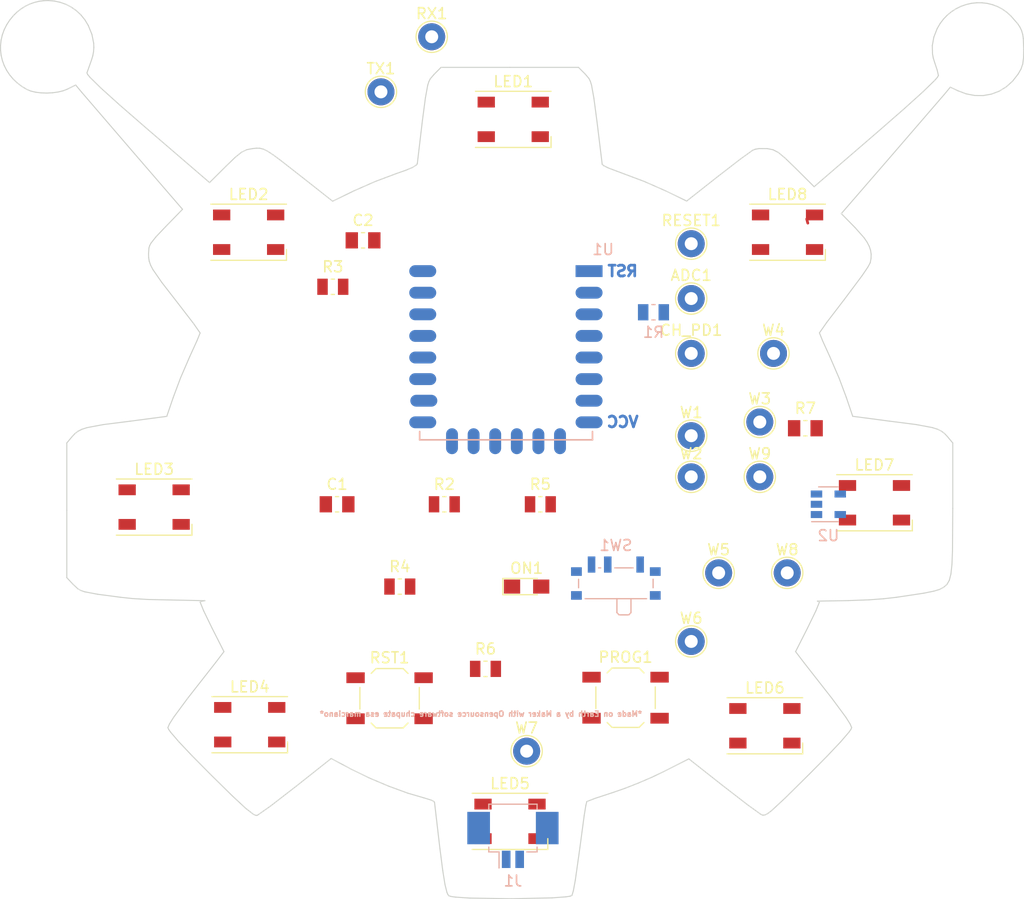
<source format=kicad_pcb>
(kicad_pcb (version 20171130) (host pcbnew no-vcs-found-a7cdd94~61~ubuntu16.04.1)

  (general
    (thickness 1.6)
    (drawings 327)
    (tracks 1)
    (zones 0)
    (modules 38)
    (nets 28)
  )

  (page A4)
  (layers
    (0 F.Cu signal)
    (31 B.Cu signal)
    (32 B.Adhes user)
    (33 F.Adhes user)
    (34 B.Paste user)
    (35 F.Paste user)
    (36 B.SilkS user)
    (37 F.SilkS user)
    (38 B.Mask user)
    (39 F.Mask user)
    (40 Dwgs.User user)
    (41 Cmts.User user)
    (42 Eco1.User user)
    (43 Eco2.User user)
    (44 Edge.Cuts user)
    (45 Margin user)
    (46 B.CrtYd user)
    (47 F.CrtYd user)
    (48 B.Fab user)
    (49 F.Fab user)
  )

  (setup
    (last_trace_width 0.25)
    (trace_clearance 0.2)
    (zone_clearance 0.508)
    (zone_45_only no)
    (trace_min 0.2)
    (segment_width 0.2)
    (edge_width 0.15)
    (via_size 0.6)
    (via_drill 0.4)
    (via_min_size 0.4)
    (via_min_drill 0.3)
    (uvia_size 0.3)
    (uvia_drill 0.1)
    (uvias_allowed no)
    (uvia_min_size 0.2)
    (uvia_min_drill 0.1)
    (pcb_text_width 0.3)
    (pcb_text_size 1.5 1.5)
    (mod_edge_width 0.15)
    (mod_text_size 1 1)
    (mod_text_width 0.15)
    (pad_size 1 3)
    (pad_drill 0)
    (pad_to_mask_clearance 0.2)
    (aux_axis_origin 0 0)
    (visible_elements FFFFFFFF)
    (pcbplotparams
      (layerselection 0x00030_80000001)
      (usegerberextensions false)
      (usegerberattributes false)
      (usegerberadvancedattributes false)
      (creategerberjobfile false)
      (excludeedgelayer true)
      (linewidth 0.100000)
      (plotframeref false)
      (viasonmask false)
      (mode 1)
      (useauxorigin false)
      (hpglpennumber 1)
      (hpglpenspeed 20)
      (hpglpendiameter 15)
      (psnegative false)
      (psa4output false)
      (plotreference true)
      (plotvalue true)
      (plotinvisibletext false)
      (padsonsilk false)
      (subtractmaskfromsilk false)
      (outputformat 1)
      (mirror false)
      (drillshape 1)
      (scaleselection 1)
      (outputdirectory ""))
  )

  (net 0 "")
  (net 1 "Net-(LED1-Pad4)")
  (net 2 +3,3V)
  (net 3 GPIO2)
  (net 4 GND)
  (net 5 "Net-(LED2-Pad4)")
  (net 6 "Net-(LED3-Pad4)")
  (net 7 "Net-(LED4-Pad4)")
  (net 8 "Net-(LED5-Pad4)")
  (net 9 "Net-(LED6-Pad4)")
  (net 10 VBAT)
  (net 11 VBAT_SW)
  (net 12 Reset)
  (net 13 ADC)
  (net 14 CH_PD)
  (net 15 GPIO16)
  (net 16 GPIO14)
  (net 17 GPIO12)
  (net 18 GPIO13)
  (net 19 GPIO15)
  (net 20 GPIO0)
  (net 21 GPIO4)
  (net 22 GPIO5)
  (net 23 Rx)
  (net 24 Tx)
  (net 25 "Net-(ON1-Pad2)")
  (net 26 "Net-(R7-Pad2)")
  (net 27 "Net-(LED7-Pad4)")

  (net_class Default "This is the default net class."
    (clearance 0.2)
    (trace_width 0.25)
    (via_dia 0.6)
    (via_drill 0.4)
    (uvia_dia 0.3)
    (uvia_drill 0.1)
    (add_net +3,3V)
    (add_net ADC)
    (add_net CH_PD)
    (add_net GND)
    (add_net GPIO0)
    (add_net GPIO12)
    (add_net GPIO13)
    (add_net GPIO14)
    (add_net GPIO15)
    (add_net GPIO16)
    (add_net GPIO2)
    (add_net GPIO4)
    (add_net GPIO5)
    (add_net "Net-(LED1-Pad4)")
    (add_net "Net-(LED2-Pad4)")
    (add_net "Net-(LED3-Pad4)")
    (add_net "Net-(LED4-Pad4)")
    (add_net "Net-(LED5-Pad4)")
    (add_net "Net-(LED6-Pad4)")
    (add_net "Net-(LED7-Pad4)")
    (add_net "Net-(ON1-Pad2)")
    (add_net "Net-(R7-Pad2)")
    (add_net Reset)
    (add_net Rx)
    (add_net Tx)
    (add_net VBAT)
    (add_net VBAT_SW)
  )

  (module ESP8266:ESP-12E_SMD (layer B.Cu) (tedit 587C5ECB) (tstamp 5A70DB66)
    (at 153.67 63.5 180)
    (descr "Module, ESP-8266, ESP-12, 16 pad, SMD")
    (tags "Module ESP-8266 ESP8266")
    (path /5A2007BB)
    (fp_text reference U1 (at -2 2 180) (layer B.SilkS)
      (effects (font (size 1 1) (thickness 0.15)) (justify mirror))
    )
    (fp_text value ESP-12 (at 8 -1 180) (layer B.Fab)
      (effects (font (size 1 1) (thickness 0.15)) (justify mirror))
    )
    (fp_line (start -2.25 0.5) (end -2.25 8.75) (layer B.CrtYd) (width 0.05))
    (fp_line (start -2.25 8.75) (end 15.25 8.75) (layer B.CrtYd) (width 0.05))
    (fp_line (start 15.25 8.75) (end 16.25 8.75) (layer B.CrtYd) (width 0.05))
    (fp_line (start 16.25 8.75) (end 16.25 -16) (layer B.CrtYd) (width 0.05))
    (fp_line (start 16.25 -16) (end -2.25 -16) (layer B.CrtYd) (width 0.05))
    (fp_line (start -2.25 -16) (end -2.25 0.5) (layer B.CrtYd) (width 0.05))
    (fp_line (start -1.016 8.382) (end 14.986 8.382) (layer B.CrtYd) (width 0.1524))
    (fp_line (start 14.986 8.382) (end 14.986 0.889) (layer B.CrtYd) (width 0.1524))
    (fp_line (start -1.016 8.382) (end -1.016 1.016) (layer B.CrtYd) (width 0.1524))
    (fp_line (start -1.016 -14.859) (end -1.016 -15.621) (layer B.SilkS) (width 0.1524))
    (fp_line (start -1.016 -15.621) (end 14.986 -15.621) (layer B.SilkS) (width 0.1524))
    (fp_line (start 14.986 -15.621) (end 14.986 -14.859) (layer B.SilkS) (width 0.1524))
    (fp_line (start 14.992 8.4) (end -1.008 2.6) (layer B.CrtYd) (width 0.1524))
    (fp_line (start -1.008 8.4) (end 14.992 2.6) (layer B.CrtYd) (width 0.1524))
    (fp_text user "No Copper" (at 6.892 5.4 180) (layer B.CrtYd)
      (effects (font (size 1 1) (thickness 0.15)) (justify mirror))
    )
    (fp_line (start -1.008 2.6) (end 14.992 2.6) (layer B.CrtYd) (width 0.1524))
    (fp_line (start 15 8.4) (end 15 -15.6) (layer B.Fab) (width 0.05))
    (fp_line (start 14.992 -15.6) (end -1.008 -15.6) (layer B.Fab) (width 0.05))
    (fp_line (start -1.008 -15.6) (end -1.008 8.4) (layer B.Fab) (width 0.05))
    (fp_line (start -1.008 8.4) (end 14.992 8.4) (layer B.Fab) (width 0.05))
    (pad 1 smd rect (at 0 0 180) (size 2.5 1.1) (drill (offset -0.7 0)) (layers B.Cu B.Paste B.Mask)
      (net 12 Reset))
    (pad 2 smd oval (at 0 -2 180) (size 2.5 1.1) (drill (offset -0.7 0)) (layers B.Cu B.Paste B.Mask)
      (net 13 ADC))
    (pad 3 smd oval (at 0 -4 180) (size 2.5 1.1) (drill (offset -0.7 0)) (layers B.Cu B.Paste B.Mask)
      (net 14 CH_PD))
    (pad 4 smd oval (at 0 -6 180) (size 2.5 1.1) (drill (offset -0.7 0)) (layers B.Cu B.Paste B.Mask)
      (net 15 GPIO16))
    (pad 5 smd oval (at 0 -8 180) (size 2.5 1.1) (drill (offset -0.7 0)) (layers B.Cu B.Paste B.Mask)
      (net 16 GPIO14))
    (pad 6 smd oval (at 0 -10 180) (size 2.5 1.1) (drill (offset -0.7 0)) (layers B.Cu B.Paste B.Mask)
      (net 17 GPIO12))
    (pad 7 smd oval (at 0 -12 180) (size 2.5 1.1) (drill (offset -0.7 0)) (layers B.Cu B.Paste B.Mask)
      (net 18 GPIO13))
    (pad 8 smd oval (at 0 -14 180) (size 2.5 1.1) (drill (offset -0.7 0)) (layers B.Cu B.Paste B.Mask)
      (net 2 +3,3V))
    (pad 9 smd oval (at 1.99 -15.75 90) (size 2.4 1.1) (layers B.Cu B.Paste B.Mask)
      (net 4 GND))
    (pad 10 smd oval (at 3.99 -15.75 90) (size 2.4 1.1) (layers B.Cu B.Paste B.Mask)
      (net 19 GPIO15))
    (pad 11 smd oval (at 5.99 -15.75 90) (size 2.4 1.1) (layers B.Cu B.Paste B.Mask)
      (net 3 GPIO2))
    (pad 12 smd oval (at 7.99 -15.75 90) (size 2.4 1.1) (layers B.Cu B.Paste B.Mask)
      (net 20 GPIO0))
    (pad 13 smd oval (at 9.99 -15.75 90) (size 2.4 1.1) (layers B.Cu B.Paste B.Mask)
      (net 21 GPIO4))
    (pad 14 smd oval (at 11.99 -15.75 90) (size 2.4 1.1) (layers B.Cu B.Paste B.Mask)
      (net 22 GPIO5))
    (pad 15 smd oval (at 14 -14 180) (size 2.5 1.1) (drill (offset 0.7 0)) (layers B.Cu B.Paste B.Mask)
      (net 23 Rx))
    (pad 16 smd oval (at 14 -12 180) (size 2.5 1.1) (drill (offset 0.6 0)) (layers B.Cu B.Paste B.Mask)
      (net 24 Tx))
    (pad 17 smd oval (at 14 -10 180) (size 2.5 1.1) (drill (offset 0.7 0)) (layers B.Cu B.Paste B.Mask))
    (pad 18 smd oval (at 14 -8 180) (size 2.5 1.1) (drill (offset 0.7 0)) (layers B.Cu B.Paste B.Mask))
    (pad 19 smd oval (at 14 -6 180) (size 2.5 1.1) (drill (offset 0.7 0)) (layers B.Cu B.Paste B.Mask))
    (pad 20 smd oval (at 14 -4 180) (size 2.5 1.1) (drill (offset 0.7 0)) (layers B.Cu B.Paste B.Mask))
    (pad 21 smd oval (at 14 -2 180) (size 2.5 1.1) (drill (offset 0.7 0)) (layers B.Cu B.Paste B.Mask))
    (pad 22 smd oval (at 14 0 180) (size 2.5 1.1) (drill (offset 0.7 0)) (layers B.Cu B.Paste B.Mask))
    (model ${KIPRJMOD}/kicad-ESP8266/ESP8266.3dshapes/ESP-12-E-better.wrl
      (at (xyz 0 0 0))
      (scale (xyz 1 1 1))
      (rotate (xyz 0 0 0))
    )
  )

  (module TestPoint:TestPoint_THTPad_D2.5mm_Drill1.2mm (layer F.Cu) (tedit 5A0F774F) (tstamp 5A70DE44)
    (at 171.45 71.12)
    (descr "THT pad as test Point, diameter 2.5mm, hole diameter 1.2mm ")
    (tags "test point THT pad")
    (path /5A6104F8)
    (attr virtual)
    (fp_text reference W4 (at 0 -2.148) (layer F.SilkS)
      (effects (font (size 1 1) (thickness 0.15)))
    )
    (fp_text value TEST_1P (at 0 2.25) (layer F.Fab)
      (effects (font (size 1 1) (thickness 0.15)))
    )
    (fp_text user %R (at 0 -2.15) (layer F.Fab)
      (effects (font (size 1 1) (thickness 0.15)))
    )
    (fp_circle (center 0 0) (end 1.75 0) (layer F.CrtYd) (width 0.05))
    (fp_circle (center 0 0) (end 0 1.45) (layer F.SilkS) (width 0.12))
    (pad 1 np_thru_hole circle (at 0 0) (size 2.5 2.5) (drill 1.2) (layers *.Cu *.Mask)
      (net 18 GPIO13))
  )

  (module TestPoint:TestPoint_THTPad_D2.5mm_Drill1.2mm (layer F.Cu) (tedit 5A0F774F) (tstamp 5A70DE4B)
    (at 166.37 91.44)
    (descr "THT pad as test Point, diameter 2.5mm, hole diameter 1.2mm ")
    (tags "test point THT pad")
    (path /5A61129E)
    (attr virtual)
    (fp_text reference W5 (at 0 -2.148) (layer F.SilkS)
      (effects (font (size 1 1) (thickness 0.15)))
    )
    (fp_text value TEST_1P (at 0 2.25) (layer F.Fab)
      (effects (font (size 1 1) (thickness 0.15)))
    )
    (fp_text user %R (at 0 -2.15) (layer F.Fab)
      (effects (font (size 1 1) (thickness 0.15)))
    )
    (fp_circle (center 0 0) (end 1.75 0) (layer F.CrtYd) (width 0.05))
    (fp_circle (center 0 0) (end 0 1.45) (layer F.SilkS) (width 0.12))
    (pad 1 np_thru_hole circle (at 0 0) (size 2.5 2.5) (drill 1.2) (layers *.Cu *.Mask)
      (net 22 GPIO5))
  )

  (module TestPoint:TestPoint_THTPad_D2.5mm_Drill1.2mm (layer F.Cu) (tedit 5A0F774F) (tstamp 5A70DE52)
    (at 163.83 97.79)
    (descr "THT pad as test Point, diameter 2.5mm, hole diameter 1.2mm ")
    (tags "test point THT pad")
    (path /5A611334)
    (attr virtual)
    (fp_text reference W6 (at 0 -2.148) (layer F.SilkS)
      (effects (font (size 1 1) (thickness 0.15)))
    )
    (fp_text value TEST_1P (at 0 2.25) (layer F.Fab)
      (effects (font (size 1 1) (thickness 0.15)))
    )
    (fp_circle (center 0 0) (end 0 1.45) (layer F.SilkS) (width 0.12))
    (fp_circle (center 0 0) (end 1.75 0) (layer F.CrtYd) (width 0.05))
    (fp_text user %R (at 0 -2.15) (layer F.Fab)
      (effects (font (size 1 1) (thickness 0.15)))
    )
    (pad 1 np_thru_hole circle (at 0 0) (size 2.5 2.5) (drill 1.2) (layers *.Cu *.Mask)
      (net 21 GPIO4))
  )

  (module TestPoint:TestPoint_THTPad_D2.5mm_Drill1.2mm (layer F.Cu) (tedit 5A0F774F) (tstamp 5A70DE59)
    (at 148.59 107.95)
    (descr "THT pad as test Point, diameter 2.5mm, hole diameter 1.2mm ")
    (tags "test point THT pad")
    (path /5A6113D8)
    (attr virtual)
    (fp_text reference W7 (at 0 -2.148) (layer F.SilkS)
      (effects (font (size 1 1) (thickness 0.15)))
    )
    (fp_text value TEST_1P (at 0 2.25) (layer F.Fab)
      (effects (font (size 1 1) (thickness 0.15)))
    )
    (fp_text user %R (at 0 -2.15) (layer F.Fab)
      (effects (font (size 1 1) (thickness 0.15)))
    )
    (fp_circle (center 0 0) (end 1.75 0) (layer F.CrtYd) (width 0.05))
    (fp_circle (center 0 0) (end 0 1.45) (layer F.SilkS) (width 0.12))
    (pad 1 np_thru_hole circle (at 0 0) (size 2.5 2.5) (drill 1.2) (layers *.Cu *.Mask)
      (net 20 GPIO0))
  )

  (module Capacitor_SMD:C_0805_2012Metric_Pad1.15x1.50mm_HandSolder (layer F.Cu) (tedit 59FE48B8) (tstamp 5A7B93BA)
    (at 131.0375 85.09)
    (descr "Capacitor SMD 0805 (2012 Metric), square (rectangular) end terminal, IPC_7351 nominal with elongated pad for handsoldering. (Body size source: http://www.tortai-tech.com/upload/download/2011102023233369053.pdf), generated with kicad-footprint-generator")
    (tags "capacitor handsolder")
    (path /5A26A6C4)
    (attr smd)
    (fp_text reference C1 (at 0 -1.85) (layer F.SilkS)
      (effects (font (size 1 1) (thickness 0.15)))
    )
    (fp_text value 10nF (at 0 1.85) (layer F.Fab)
      (effects (font (size 1 1) (thickness 0.15)))
    )
    (fp_line (start -1 0.6) (end -1 -0.6) (layer F.Fab) (width 0.1))
    (fp_line (start -1 -0.6) (end 1 -0.6) (layer F.Fab) (width 0.1))
    (fp_line (start 1 -0.6) (end 1 0.6) (layer F.Fab) (width 0.1))
    (fp_line (start 1 0.6) (end -1 0.6) (layer F.Fab) (width 0.1))
    (fp_line (start -0.15 -0.71) (end 0.15 -0.71) (layer F.SilkS) (width 0.12))
    (fp_line (start -0.15 0.71) (end 0.15 0.71) (layer F.SilkS) (width 0.12))
    (fp_line (start -1.86 1) (end -1.86 -1) (layer F.CrtYd) (width 0.05))
    (fp_line (start -1.86 -1) (end 1.86 -1) (layer F.CrtYd) (width 0.05))
    (fp_line (start 1.86 -1) (end 1.86 1) (layer F.CrtYd) (width 0.05))
    (fp_line (start 1.86 1) (end -1.86 1) (layer F.CrtYd) (width 0.05))
    (fp_text user %R (at 0 0) (layer F.Fab)
      (effects (font (size 0.5 0.5) (thickness 0.08)))
    )
    (pad 1 smd rect (at -1.0425 0) (size 1.145 1.5) (layers F.Cu F.Paste F.Mask)
      (net 4 GND))
    (pad 2 smd rect (at 1.0425 0) (size 1.145 1.5) (layers F.Cu F.Paste F.Mask)
      (net 2 +3,3V))
    (model ${KISYS3DMOD}/Capacitor_SMD.3dshapes/C_0805_2012Metric.wrl
      (at (xyz 0 0 0))
      (scale (xyz 1 1 1))
      (rotate (xyz 0 0 0))
    )
  )

  (module Connector_Molex:Molex_PicoBlade_53261-0271_1x02_P1.25mm_Horizontal (layer B.Cu) (tedit 5A2AC9CC) (tstamp 5A7B93F6)
    (at 147.32 115.57)
    (descr "Molex PicoBlade series connector, 53261-0271 (http://www.molex.com/pdm_docs/sd/532610271_sd.pdf), generated with kicad-footprint-generator")
    (tags "connector Molex PicoBlade top entry")
    (path /5A65BBEE)
    (attr smd)
    (fp_text reference J1 (at 0 4.4) (layer B.SilkS)
      (effects (font (size 1 1) (thickness 0.15)) (justify mirror))
    )
    (fp_text value Conn_01x02 (at 0 -3.8) (layer B.Fab)
      (effects (font (size 1 1) (thickness 0.15)) (justify mirror))
    )
    (fp_line (start -2.125 1.6) (end 2.125 1.6) (layer B.Fab) (width 0.1))
    (fp_line (start -2.235 1.26) (end -2.235 1.71) (layer B.SilkS) (width 0.12))
    (fp_line (start -2.235 1.71) (end -1.285 1.71) (layer B.SilkS) (width 0.12))
    (fp_line (start -1.285 1.71) (end -1.285 3.2) (layer B.SilkS) (width 0.12))
    (fp_line (start 2.235 1.26) (end 2.235 1.71) (layer B.SilkS) (width 0.12))
    (fp_line (start 2.235 1.71) (end 1.285 1.71) (layer B.SilkS) (width 0.12))
    (fp_line (start -2.235 -2.26) (end -2.235 -2.71) (layer B.SilkS) (width 0.12))
    (fp_line (start -2.235 -2.71) (end 2.235 -2.71) (layer B.SilkS) (width 0.12))
    (fp_line (start 2.235 -2.71) (end 2.235 -2.26) (layer B.SilkS) (width 0.12))
    (fp_line (start -2.125 -2.6) (end 2.125 -2.6) (layer B.Fab) (width 0.1))
    (fp_line (start -2.125 1.6) (end -2.125 -2.6) (layer B.Fab) (width 0.1))
    (fp_line (start 2.125 1.6) (end 2.125 -2.6) (layer B.Fab) (width 0.1))
    (fp_line (start -2.125 0.6) (end -3.625 0.6) (layer B.Fab) (width 0.1))
    (fp_line (start -3.625 0.6) (end -3.825 0.4) (layer B.Fab) (width 0.1))
    (fp_line (start -3.825 0.4) (end -3.825 -1.4) (layer B.Fab) (width 0.1))
    (fp_line (start -3.825 -1.4) (end -3.625 -1.6) (layer B.Fab) (width 0.1))
    (fp_line (start -3.625 -1.6) (end -3.625 -2.2) (layer B.Fab) (width 0.1))
    (fp_line (start -3.625 -2.2) (end -2.125 -2.2) (layer B.Fab) (width 0.1))
    (fp_line (start 2.125 0.6) (end 3.625 0.6) (layer B.Fab) (width 0.1))
    (fp_line (start 3.625 0.6) (end 3.825 0.4) (layer B.Fab) (width 0.1))
    (fp_line (start 3.825 0.4) (end 3.825 -1.4) (layer B.Fab) (width 0.1))
    (fp_line (start 3.825 -1.4) (end 3.625 -1.6) (layer B.Fab) (width 0.1))
    (fp_line (start 3.625 -1.6) (end 3.625 -2.2) (layer B.Fab) (width 0.1))
    (fp_line (start 3.625 -2.2) (end 2.125 -2.2) (layer B.Fab) (width 0.1))
    (fp_line (start -4.72 3.7) (end -4.72 -3.1) (layer B.CrtYd) (width 0.05))
    (fp_line (start -4.72 -3.1) (end 4.72 -3.1) (layer B.CrtYd) (width 0.05))
    (fp_line (start 4.72 -3.1) (end 4.72 3.7) (layer B.CrtYd) (width 0.05))
    (fp_line (start 4.72 3.7) (end -4.72 3.7) (layer B.CrtYd) (width 0.05))
    (fp_line (start -1.125 1.6) (end -0.625 0.892893) (layer B.Fab) (width 0.1))
    (fp_line (start -0.625 0.892893) (end -0.125 1.6) (layer B.Fab) (width 0.1))
    (fp_text user %R (at 0 -1.9) (layer B.Fab)
      (effects (font (size 1 1) (thickness 0.15)) (justify mirror))
    )
    (pad 1 smd rect (at -0.625 2.4) (size 0.8 1.6) (layers B.Cu B.Paste B.Mask)
      (net 4 GND))
    (pad 2 smd rect (at 0.625 2.4) (size 0.8 1.6) (layers B.Cu B.Paste B.Mask)
      (net 10 VBAT))
    (pad "" smd rect (at -3.175 -0.5) (size 2.1 3) (layers B.Cu B.Paste B.Mask))
    (pad "" smd rect (at 3.175 -0.5) (size 2.1 3) (layers B.Cu B.Paste B.Mask))
    (model ${KISYS3DMOD}/Connector_Molex.3dshapes/Molex_PicoBlade_53261-0271_1x02_P1.25mm_Horizontal.wrl
      (at (xyz 0 0 0))
      (scale (xyz 1 1 1))
      (rotate (xyz 0 0 0))
    )
  )

  (module LEDs:LED_WS2812B-PLCC4 (layer F.Cu) (tedit 5A64CE46) (tstamp 5A7B93F7)
    (at 147.35 49.45)
    (descr http://www.world-semi.com/uploads/soft/150522/1-150522091P5.pdf)
    (tags "LED NeoPixel")
    (path /5A200A19)
    (attr smd)
    (fp_text reference LED1 (at 0 -3.5) (layer F.SilkS)
      (effects (font (size 1 1) (thickness 0.15)))
    )
    (fp_text value WS2812B (at 0 4) (layer F.Fab)
      (effects (font (size 1 1) (thickness 0.15)))
    )
    (fp_circle (center 0 0) (end 0 -2) (layer F.Fab) (width 0.1))
    (fp_line (start 3.5 2.6) (end 3.5 1.6) (layer F.SilkS) (width 0.12))
    (fp_line (start -3.5 2.6) (end 3.5 2.6) (layer F.SilkS) (width 0.12))
    (fp_line (start -3.5 -2.6) (end 3.5 -2.6) (layer F.SilkS) (width 0.12))
    (fp_line (start 2.5 -2.5) (end -2.5 -2.5) (layer F.Fab) (width 0.1))
    (fp_line (start 2.5 2.5) (end 2.5 -2.5) (layer F.Fab) (width 0.1))
    (fp_line (start -2.5 2.5) (end 2.5 2.5) (layer F.Fab) (width 0.1))
    (fp_line (start -2.5 -2.5) (end -2.5 2.5) (layer F.Fab) (width 0.1))
    (fp_line (start 2.5 1.5) (end 1.5 2.5) (layer F.Fab) (width 0.1))
    (fp_line (start -3.75 -2.85) (end -3.75 2.85) (layer F.CrtYd) (width 0.05))
    (fp_line (start -3.75 2.85) (end 3.75 2.85) (layer F.CrtYd) (width 0.05))
    (fp_line (start 3.75 2.85) (end 3.75 -2.85) (layer F.CrtYd) (width 0.05))
    (fp_line (start 3.75 -2.85) (end -3.75 -2.85) (layer F.CrtYd) (width 0.05))
    (pad 1 smd rect (at -2.5 -1.6) (size 1.6 1) (layers F.Cu F.Paste F.Mask)
      (net 4 GND))
    (pad 2 smd rect (at -2.5 1.6) (size 1.6 1) (layers F.Cu F.Paste F.Mask)
      (net 21 GPIO4))
    (pad 4 smd rect (at 2.5 -1.6) (size 1.6 1) (layers F.Cu F.Paste F.Mask)
      (net 1 "Net-(LED1-Pad4)"))
    (pad 3 smd rect (at 2.5 1.6) (size 1.6 1) (layers F.Cu F.Paste F.Mask)
      (net 2 +3,3V))
    (model ${KISYS3DMOD}/LEDs.3dshapes/LED_WS2812B-PLCC4.wrl
      (at (xyz 0 0 0))
      (scale (xyz 0.39 0.39 0.39))
      (rotate (xyz 0 0 180))
    )
    (model ${KISYS3DMOD}/WS2812_RGB_LED_updated.stp
      (at (xyz 0 0 0))
      (scale (xyz 1 1 1))
      (rotate (xyz 0 0 -90))
    )
  )

  (module LEDs:LED_WS2812B-PLCC4 (layer F.Cu) (tedit 5A64CE46) (tstamp 5A7B940B)
    (at 122.85 59.9)
    (descr http://www.world-semi.com/uploads/soft/150522/1-150522091P5.pdf)
    (tags "LED NeoPixel")
    (path /5A200B1B)
    (attr smd)
    (fp_text reference LED2 (at 0 -3.5) (layer F.SilkS)
      (effects (font (size 1 1) (thickness 0.15)))
    )
    (fp_text value WS2812B (at 0 4) (layer F.Fab)
      (effects (font (size 1 1) (thickness 0.15)))
    )
    (fp_line (start 3.75 -2.85) (end -3.75 -2.85) (layer F.CrtYd) (width 0.05))
    (fp_line (start 3.75 2.85) (end 3.75 -2.85) (layer F.CrtYd) (width 0.05))
    (fp_line (start -3.75 2.85) (end 3.75 2.85) (layer F.CrtYd) (width 0.05))
    (fp_line (start -3.75 -2.85) (end -3.75 2.85) (layer F.CrtYd) (width 0.05))
    (fp_line (start 2.5 1.5) (end 1.5 2.5) (layer F.Fab) (width 0.1))
    (fp_line (start -2.5 -2.5) (end -2.5 2.5) (layer F.Fab) (width 0.1))
    (fp_line (start -2.5 2.5) (end 2.5 2.5) (layer F.Fab) (width 0.1))
    (fp_line (start 2.5 2.5) (end 2.5 -2.5) (layer F.Fab) (width 0.1))
    (fp_line (start 2.5 -2.5) (end -2.5 -2.5) (layer F.Fab) (width 0.1))
    (fp_line (start -3.5 -2.6) (end 3.5 -2.6) (layer F.SilkS) (width 0.12))
    (fp_line (start -3.5 2.6) (end 3.5 2.6) (layer F.SilkS) (width 0.12))
    (fp_line (start 3.5 2.6) (end 3.5 1.6) (layer F.SilkS) (width 0.12))
    (fp_circle (center 0 0) (end 0 -2) (layer F.Fab) (width 0.1))
    (pad 3 smd rect (at 2.5 1.6) (size 1.6 1) (layers F.Cu F.Paste F.Mask)
      (net 2 +3,3V))
    (pad 4 smd rect (at 2.5 -1.6) (size 1.6 1) (layers F.Cu F.Paste F.Mask)
      (net 5 "Net-(LED2-Pad4)"))
    (pad 2 smd rect (at -2.5 1.6) (size 1.6 1) (layers F.Cu F.Paste F.Mask)
      (net 1 "Net-(LED1-Pad4)"))
    (pad 1 smd rect (at -2.5 -1.6) (size 1.6 1) (layers F.Cu F.Paste F.Mask)
      (net 4 GND))
    (model ${KISYS3DMOD}/LEDs.3dshapes/LED_WS2812B-PLCC4.wrl
      (at (xyz 0 0 0))
      (scale (xyz 0.39 0.39 0.39))
      (rotate (xyz 0 0 180))
    )
    (model ${KISYS3DMOD}/WS2812_RGB_LED_updated.stp
      (at (xyz 0 0 0))
      (scale (xyz 1 1 1))
      (rotate (xyz 0 0 -90))
    )
  )

  (module LEDs:LED_WS2812B-PLCC4 (layer F.Cu) (tedit 5A64CE46) (tstamp 5A7B941F)
    (at 114.1 85.35)
    (descr http://www.world-semi.com/uploads/soft/150522/1-150522091P5.pdf)
    (tags "LED NeoPixel")
    (path /5A26A308)
    (attr smd)
    (fp_text reference LED3 (at 0 -3.5) (layer F.SilkS)
      (effects (font (size 1 1) (thickness 0.15)))
    )
    (fp_text value WS2812B (at 0 4) (layer F.Fab)
      (effects (font (size 1 1) (thickness 0.15)))
    )
    (fp_circle (center 0 0) (end 0 -2) (layer F.Fab) (width 0.1))
    (fp_line (start 3.5 2.6) (end 3.5 1.6) (layer F.SilkS) (width 0.12))
    (fp_line (start -3.5 2.6) (end 3.5 2.6) (layer F.SilkS) (width 0.12))
    (fp_line (start -3.5 -2.6) (end 3.5 -2.6) (layer F.SilkS) (width 0.12))
    (fp_line (start 2.5 -2.5) (end -2.5 -2.5) (layer F.Fab) (width 0.1))
    (fp_line (start 2.5 2.5) (end 2.5 -2.5) (layer F.Fab) (width 0.1))
    (fp_line (start -2.5 2.5) (end 2.5 2.5) (layer F.Fab) (width 0.1))
    (fp_line (start -2.5 -2.5) (end -2.5 2.5) (layer F.Fab) (width 0.1))
    (fp_line (start 2.5 1.5) (end 1.5 2.5) (layer F.Fab) (width 0.1))
    (fp_line (start -3.75 -2.85) (end -3.75 2.85) (layer F.CrtYd) (width 0.05))
    (fp_line (start -3.75 2.85) (end 3.75 2.85) (layer F.CrtYd) (width 0.05))
    (fp_line (start 3.75 2.85) (end 3.75 -2.85) (layer F.CrtYd) (width 0.05))
    (fp_line (start 3.75 -2.85) (end -3.75 -2.85) (layer F.CrtYd) (width 0.05))
    (pad 1 smd rect (at -2.5 -1.6) (size 1.6 1) (layers F.Cu F.Paste F.Mask)
      (net 4 GND))
    (pad 2 smd rect (at -2.5 1.6) (size 1.6 1) (layers F.Cu F.Paste F.Mask)
      (net 5 "Net-(LED2-Pad4)"))
    (pad 4 smd rect (at 2.5 -1.6) (size 1.6 1) (layers F.Cu F.Paste F.Mask)
      (net 6 "Net-(LED3-Pad4)"))
    (pad 3 smd rect (at 2.5 1.6) (size 1.6 1) (layers F.Cu F.Paste F.Mask)
      (net 2 +3,3V))
    (model ${KISYS3DMOD}/LEDs.3dshapes/LED_WS2812B-PLCC4.wrl
      (at (xyz 0 0 0))
      (scale (xyz 0.39 0.39 0.39))
      (rotate (xyz 0 0 180))
    )
    (model ${KISYS3DMOD}/WS2812_RGB_LED_updated.stp
      (at (xyz 0 0 0))
      (scale (xyz 1 1 1))
      (rotate (xyz 0 0 -90))
    )
  )

  (module LEDs:LED_WS2812B-PLCC4 (layer F.Cu) (tedit 5A64CE46) (tstamp 5A7B9433)
    (at 122.95 105.5)
    (descr http://www.world-semi.com/uploads/soft/150522/1-150522091P5.pdf)
    (tags "LED NeoPixel")
    (path /5A26A362)
    (attr smd)
    (fp_text reference LED4 (at 0 -3.5) (layer F.SilkS)
      (effects (font (size 1 1) (thickness 0.15)))
    )
    (fp_text value WS2812B (at 0 4) (layer F.Fab)
      (effects (font (size 1 1) (thickness 0.15)))
    )
    (fp_line (start 3.75 -2.85) (end -3.75 -2.85) (layer F.CrtYd) (width 0.05))
    (fp_line (start 3.75 2.85) (end 3.75 -2.85) (layer F.CrtYd) (width 0.05))
    (fp_line (start -3.75 2.85) (end 3.75 2.85) (layer F.CrtYd) (width 0.05))
    (fp_line (start -3.75 -2.85) (end -3.75 2.85) (layer F.CrtYd) (width 0.05))
    (fp_line (start 2.5 1.5) (end 1.5 2.5) (layer F.Fab) (width 0.1))
    (fp_line (start -2.5 -2.5) (end -2.5 2.5) (layer F.Fab) (width 0.1))
    (fp_line (start -2.5 2.5) (end 2.5 2.5) (layer F.Fab) (width 0.1))
    (fp_line (start 2.5 2.5) (end 2.5 -2.5) (layer F.Fab) (width 0.1))
    (fp_line (start 2.5 -2.5) (end -2.5 -2.5) (layer F.Fab) (width 0.1))
    (fp_line (start -3.5 -2.6) (end 3.5 -2.6) (layer F.SilkS) (width 0.12))
    (fp_line (start -3.5 2.6) (end 3.5 2.6) (layer F.SilkS) (width 0.12))
    (fp_line (start 3.5 2.6) (end 3.5 1.6) (layer F.SilkS) (width 0.12))
    (fp_circle (center 0 0) (end 0 -2) (layer F.Fab) (width 0.1))
    (pad 3 smd rect (at 2.5 1.6) (size 1.6 1) (layers F.Cu F.Paste F.Mask)
      (net 2 +3,3V))
    (pad 4 smd rect (at 2.5 -1.6) (size 1.6 1) (layers F.Cu F.Paste F.Mask)
      (net 7 "Net-(LED4-Pad4)"))
    (pad 2 smd rect (at -2.5 1.6) (size 1.6 1) (layers F.Cu F.Paste F.Mask)
      (net 6 "Net-(LED3-Pad4)"))
    (pad 1 smd rect (at -2.5 -1.6) (size 1.6 1) (layers F.Cu F.Paste F.Mask)
      (net 4 GND))
    (model ${KISYS3DMOD}/LEDs.3dshapes/LED_WS2812B-PLCC4.wrl
      (at (xyz 0 0 0))
      (scale (xyz 0.39 0.39 0.39))
      (rotate (xyz 0 0 180))
    )
    (model ${KISYS3DMOD}/WS2812_RGB_LED_updated.stp
      (at (xyz 0 0 0))
      (scale (xyz 1 1 1))
      (rotate (xyz 0 0 -90))
    )
  )

  (module LEDs:LED_WS2812B-PLCC4 (layer F.Cu) (tedit 5A64CE46) (tstamp 5A7B9447)
    (at 147.05 114.45)
    (descr http://www.world-semi.com/uploads/soft/150522/1-150522091P5.pdf)
    (tags "LED NeoPixel")
    (path /5A59589D)
    (attr smd)
    (fp_text reference LED5 (at 0 -3.5) (layer F.SilkS)
      (effects (font (size 1 1) (thickness 0.15)))
    )
    (fp_text value WS2812B (at 0 4) (layer F.Fab)
      (effects (font (size 1 1) (thickness 0.15)))
    )
    (fp_circle (center 0 0) (end 0 -2) (layer F.Fab) (width 0.1))
    (fp_line (start 3.5 2.6) (end 3.5 1.6) (layer F.SilkS) (width 0.12))
    (fp_line (start -3.5 2.6) (end 3.5 2.6) (layer F.SilkS) (width 0.12))
    (fp_line (start -3.5 -2.6) (end 3.5 -2.6) (layer F.SilkS) (width 0.12))
    (fp_line (start 2.5 -2.5) (end -2.5 -2.5) (layer F.Fab) (width 0.1))
    (fp_line (start 2.5 2.5) (end 2.5 -2.5) (layer F.Fab) (width 0.1))
    (fp_line (start -2.5 2.5) (end 2.5 2.5) (layer F.Fab) (width 0.1))
    (fp_line (start -2.5 -2.5) (end -2.5 2.5) (layer F.Fab) (width 0.1))
    (fp_line (start 2.5 1.5) (end 1.5 2.5) (layer F.Fab) (width 0.1))
    (fp_line (start -3.75 -2.85) (end -3.75 2.85) (layer F.CrtYd) (width 0.05))
    (fp_line (start -3.75 2.85) (end 3.75 2.85) (layer F.CrtYd) (width 0.05))
    (fp_line (start 3.75 2.85) (end 3.75 -2.85) (layer F.CrtYd) (width 0.05))
    (fp_line (start 3.75 -2.85) (end -3.75 -2.85) (layer F.CrtYd) (width 0.05))
    (pad 1 smd rect (at -2.5 -1.6) (size 1.6 1) (layers F.Cu F.Paste F.Mask)
      (net 4 GND))
    (pad 2 smd rect (at -2.5 1.6) (size 1.6 1) (layers F.Cu F.Paste F.Mask)
      (net 7 "Net-(LED4-Pad4)"))
    (pad 4 smd rect (at 2.5 -1.6) (size 1.6 1) (layers F.Cu F.Paste F.Mask)
      (net 8 "Net-(LED5-Pad4)"))
    (pad 3 smd rect (at 2.5 1.6) (size 1.6 1) (layers F.Cu F.Paste F.Mask)
      (net 2 +3,3V))
    (model ${KISYS3DMOD}/LEDs.3dshapes/LED_WS2812B-PLCC4.wrl
      (at (xyz 0 0 0))
      (scale (xyz 0.39 0.39 0.39))
      (rotate (xyz 0 0 180))
    )
    (model ${KISYS3DMOD}/WS2812_RGB_LED_updated.stp
      (at (xyz 0 0 0))
      (scale (xyz 1 1 1))
      (rotate (xyz 0 0 -90))
    )
  )

  (module LEDs:LED_WS2812B-PLCC4 (layer F.Cu) (tedit 5A64CE46) (tstamp 5A7B945B)
    (at 170.65 105.6)
    (descr http://www.world-semi.com/uploads/soft/150522/1-150522091P5.pdf)
    (tags "LED NeoPixel")
    (path /5A59592F)
    (attr smd)
    (fp_text reference LED6 (at 0 -3.5) (layer F.SilkS)
      (effects (font (size 1 1) (thickness 0.15)))
    )
    (fp_text value WS2812B (at 0 4) (layer F.Fab)
      (effects (font (size 1 1) (thickness 0.15)))
    )
    (fp_line (start 3.75 -2.85) (end -3.75 -2.85) (layer F.CrtYd) (width 0.05))
    (fp_line (start 3.75 2.85) (end 3.75 -2.85) (layer F.CrtYd) (width 0.05))
    (fp_line (start -3.75 2.85) (end 3.75 2.85) (layer F.CrtYd) (width 0.05))
    (fp_line (start -3.75 -2.85) (end -3.75 2.85) (layer F.CrtYd) (width 0.05))
    (fp_line (start 2.5 1.5) (end 1.5 2.5) (layer F.Fab) (width 0.1))
    (fp_line (start -2.5 -2.5) (end -2.5 2.5) (layer F.Fab) (width 0.1))
    (fp_line (start -2.5 2.5) (end 2.5 2.5) (layer F.Fab) (width 0.1))
    (fp_line (start 2.5 2.5) (end 2.5 -2.5) (layer F.Fab) (width 0.1))
    (fp_line (start 2.5 -2.5) (end -2.5 -2.5) (layer F.Fab) (width 0.1))
    (fp_line (start -3.5 -2.6) (end 3.5 -2.6) (layer F.SilkS) (width 0.12))
    (fp_line (start -3.5 2.6) (end 3.5 2.6) (layer F.SilkS) (width 0.12))
    (fp_line (start 3.5 2.6) (end 3.5 1.6) (layer F.SilkS) (width 0.12))
    (fp_circle (center 0 0) (end 0 -2) (layer F.Fab) (width 0.1))
    (pad 3 smd rect (at 2.5 1.6) (size 1.6 1) (layers F.Cu F.Paste F.Mask)
      (net 2 +3,3V))
    (pad 4 smd rect (at 2.5 -1.6) (size 1.6 1) (layers F.Cu F.Paste F.Mask)
      (net 9 "Net-(LED6-Pad4)"))
    (pad 2 smd rect (at -2.5 1.6) (size 1.6 1) (layers F.Cu F.Paste F.Mask)
      (net 8 "Net-(LED5-Pad4)"))
    (pad 1 smd rect (at -2.5 -1.6) (size 1.6 1) (layers F.Cu F.Paste F.Mask)
      (net 4 GND))
    (model ${KISYS3DMOD}/LEDs.3dshapes/LED_WS2812B-PLCC4.wrl
      (at (xyz 0 0 0))
      (scale (xyz 0.39 0.39 0.39))
      (rotate (xyz 0 0 180))
    )
    (model ${KISYS3DMOD}/WS2812_RGB_LED_updated.stp
      (at (xyz 0 0 0))
      (scale (xyz 1 1 1))
      (rotate (xyz 0 0 -90))
    )
  )

  (module Resistor_SMD:R_0805_2012Metric (layer B.Cu) (tedit 59FE48B8) (tstamp 5A7B948F)
    (at 160.335 67.31)
    (descr "Resistor SMD 0805 (2012 Metric), square (rectangular) end terminal, IPC_7351 nominal, (Body size source: http://www.tortai-tech.com/upload/download/2011102023233369053.pdf), generated with kicad-footprint-generator")
    (tags resistor)
    (path /5A620A7A)
    (attr smd)
    (fp_text reference R1 (at 0 1.85) (layer B.SilkS)
      (effects (font (size 1 1) (thickness 0.15)) (justify mirror))
    )
    (fp_text value 10K (at 0 -1.85) (layer B.Fab)
      (effects (font (size 1 1) (thickness 0.15)) (justify mirror))
    )
    (fp_text user %R (at 0 0) (layer B.Fab)
      (effects (font (size 0.5 0.5) (thickness 0.08)) (justify mirror))
    )
    (fp_line (start 1.69 -1) (end -1.69 -1) (layer B.CrtYd) (width 0.05))
    (fp_line (start 1.69 1) (end 1.69 -1) (layer B.CrtYd) (width 0.05))
    (fp_line (start -1.69 1) (end 1.69 1) (layer B.CrtYd) (width 0.05))
    (fp_line (start -1.69 -1) (end -1.69 1) (layer B.CrtYd) (width 0.05))
    (fp_line (start -0.15 -0.71) (end 0.15 -0.71) (layer B.SilkS) (width 0.12))
    (fp_line (start -0.15 0.71) (end 0.15 0.71) (layer B.SilkS) (width 0.12))
    (fp_line (start 1 -0.6) (end -1 -0.6) (layer B.Fab) (width 0.1))
    (fp_line (start 1 0.6) (end 1 -0.6) (layer B.Fab) (width 0.1))
    (fp_line (start -1 0.6) (end 1 0.6) (layer B.Fab) (width 0.1))
    (fp_line (start -1 -0.6) (end -1 0.6) (layer B.Fab) (width 0.1))
    (pad 2 smd rect (at 0.955 0) (size 0.97 1.5) (layers B.Cu B.Paste B.Mask)
      (net 14 CH_PD))
    (pad 1 smd rect (at -0.955 0) (size 0.97 1.5) (layers B.Cu B.Paste B.Mask)
      (net 2 +3,3V))
    (model ${KISYS3DMOD}/Resistor_SMD.3dshapes/R_0805_2012Metric.wrl
      (at (xyz 0 0 0))
      (scale (xyz 1 1 1))
      (rotate (xyz 0 0 0))
    )
  )

  (module Resistor_SMD:R_0805_2012Metric (layer F.Cu) (tedit 59FE48B8) (tstamp 5A7B94A0)
    (at 140.97 85.09)
    (descr "Resistor SMD 0805 (2012 Metric), square (rectangular) end terminal, IPC_7351 nominal, (Body size source: http://www.tortai-tech.com/upload/download/2011102023233369053.pdf), generated with kicad-footprint-generator")
    (tags resistor)
    (path /5A617F77)
    (attr smd)
    (fp_text reference R2 (at 0 -1.85) (layer F.SilkS)
      (effects (font (size 1 1) (thickness 0.15)))
    )
    (fp_text value 10K (at 0 1.85) (layer F.Fab)
      (effects (font (size 1 1) (thickness 0.15)))
    )
    (fp_line (start -1 0.6) (end -1 -0.6) (layer F.Fab) (width 0.1))
    (fp_line (start -1 -0.6) (end 1 -0.6) (layer F.Fab) (width 0.1))
    (fp_line (start 1 -0.6) (end 1 0.6) (layer F.Fab) (width 0.1))
    (fp_line (start 1 0.6) (end -1 0.6) (layer F.Fab) (width 0.1))
    (fp_line (start -0.15 -0.71) (end 0.15 -0.71) (layer F.SilkS) (width 0.12))
    (fp_line (start -0.15 0.71) (end 0.15 0.71) (layer F.SilkS) (width 0.12))
    (fp_line (start -1.69 1) (end -1.69 -1) (layer F.CrtYd) (width 0.05))
    (fp_line (start -1.69 -1) (end 1.69 -1) (layer F.CrtYd) (width 0.05))
    (fp_line (start 1.69 -1) (end 1.69 1) (layer F.CrtYd) (width 0.05))
    (fp_line (start 1.69 1) (end -1.69 1) (layer F.CrtYd) (width 0.05))
    (fp_text user %R (at 0 0) (layer F.Fab)
      (effects (font (size 0.5 0.5) (thickness 0.08)))
    )
    (pad 1 smd rect (at -0.955 0) (size 0.97 1.5) (layers F.Cu F.Paste F.Mask)
      (net 2 +3,3V))
    (pad 2 smd rect (at 0.955 0) (size 0.97 1.5) (layers F.Cu F.Paste F.Mask)
      (net 20 GPIO0))
    (model ${KISYS3DMOD}/Resistor_SMD.3dshapes/R_0805_2012Metric.wrl
      (at (xyz 0 0 0))
      (scale (xyz 1 1 1))
      (rotate (xyz 0 0 0))
    )
  )

  (module Resistor_SMD:R_0805_2012Metric (layer F.Cu) (tedit 59FE48B8) (tstamp 5A7B94B1)
    (at 130.645 64.95)
    (descr "Resistor SMD 0805 (2012 Metric), square (rectangular) end terminal, IPC_7351 nominal, (Body size source: http://www.tortai-tech.com/upload/download/2011102023233369053.pdf), generated with kicad-footprint-generator")
    (tags resistor)
    (path /5A60BB3A)
    (attr smd)
    (fp_text reference R3 (at 0 -1.85) (layer F.SilkS)
      (effects (font (size 1 1) (thickness 0.15)))
    )
    (fp_text value 10K (at 0 1.85) (layer F.Fab)
      (effects (font (size 1 1) (thickness 0.15)))
    )
    (fp_line (start -1 0.6) (end -1 -0.6) (layer F.Fab) (width 0.1))
    (fp_line (start -1 -0.6) (end 1 -0.6) (layer F.Fab) (width 0.1))
    (fp_line (start 1 -0.6) (end 1 0.6) (layer F.Fab) (width 0.1))
    (fp_line (start 1 0.6) (end -1 0.6) (layer F.Fab) (width 0.1))
    (fp_line (start -0.15 -0.71) (end 0.15 -0.71) (layer F.SilkS) (width 0.12))
    (fp_line (start -0.15 0.71) (end 0.15 0.71) (layer F.SilkS) (width 0.12))
    (fp_line (start -1.69 1) (end -1.69 -1) (layer F.CrtYd) (width 0.05))
    (fp_line (start -1.69 -1) (end 1.69 -1) (layer F.CrtYd) (width 0.05))
    (fp_line (start 1.69 -1) (end 1.69 1) (layer F.CrtYd) (width 0.05))
    (fp_line (start 1.69 1) (end -1.69 1) (layer F.CrtYd) (width 0.05))
    (fp_text user %R (at 0 0) (layer F.Fab)
      (effects (font (size 0.5 0.5) (thickness 0.08)))
    )
    (pad 1 smd rect (at -0.955 0) (size 0.97 1.5) (layers F.Cu F.Paste F.Mask)
      (net 4 GND))
    (pad 2 smd rect (at 0.955 0) (size 0.97 1.5) (layers F.Cu F.Paste F.Mask)
      (net 19 GPIO15))
    (model ${KISYS3DMOD}/Resistor_SMD.3dshapes/R_0805_2012Metric.wrl
      (at (xyz 0 0 0))
      (scale (xyz 1 1 1))
      (rotate (xyz 0 0 0))
    )
  )

  (module Resistor_SMD:R_0805_2012Metric (layer F.Cu) (tedit 59FE48B8) (tstamp 5A7B94C2)
    (at 136.845 92.71)
    (descr "Resistor SMD 0805 (2012 Metric), square (rectangular) end terminal, IPC_7351 nominal, (Body size source: http://www.tortai-tech.com/upload/download/2011102023233369053.pdf), generated with kicad-footprint-generator")
    (tags resistor)
    (path /5A61CA78)
    (attr smd)
    (fp_text reference R4 (at 0 -1.85) (layer F.SilkS)
      (effects (font (size 1 1) (thickness 0.15)))
    )
    (fp_text value 10K (at 0 1.85) (layer F.Fab)
      (effects (font (size 1 1) (thickness 0.15)))
    )
    (fp_line (start -1 0.6) (end -1 -0.6) (layer F.Fab) (width 0.1))
    (fp_line (start -1 -0.6) (end 1 -0.6) (layer F.Fab) (width 0.1))
    (fp_line (start 1 -0.6) (end 1 0.6) (layer F.Fab) (width 0.1))
    (fp_line (start 1 0.6) (end -1 0.6) (layer F.Fab) (width 0.1))
    (fp_line (start -0.15 -0.71) (end 0.15 -0.71) (layer F.SilkS) (width 0.12))
    (fp_line (start -0.15 0.71) (end 0.15 0.71) (layer F.SilkS) (width 0.12))
    (fp_line (start -1.69 1) (end -1.69 -1) (layer F.CrtYd) (width 0.05))
    (fp_line (start -1.69 -1) (end 1.69 -1) (layer F.CrtYd) (width 0.05))
    (fp_line (start 1.69 -1) (end 1.69 1) (layer F.CrtYd) (width 0.05))
    (fp_line (start 1.69 1) (end -1.69 1) (layer F.CrtYd) (width 0.05))
    (fp_text user %R (at 0 0) (layer F.Fab)
      (effects (font (size 0.5 0.5) (thickness 0.08)))
    )
    (pad 1 smd rect (at -0.955 0) (size 0.97 1.5) (layers F.Cu F.Paste F.Mask)
      (net 2 +3,3V))
    (pad 2 smd rect (at 0.955 0) (size 0.97 1.5) (layers F.Cu F.Paste F.Mask)
      (net 12 Reset))
    (model ${KISYS3DMOD}/Resistor_SMD.3dshapes/R_0805_2012Metric.wrl
      (at (xyz 0 0 0))
      (scale (xyz 1 1 1))
      (rotate (xyz 0 0 0))
    )
  )

  (module Resistor_SMD:R_0805_2012Metric (layer F.Cu) (tedit 59FE48B8) (tstamp 5A7B94D3)
    (at 149.86 85.09)
    (descr "Resistor SMD 0805 (2012 Metric), square (rectangular) end terminal, IPC_7351 nominal, (Body size source: http://www.tortai-tech.com/upload/download/2011102023233369053.pdf), generated with kicad-footprint-generator")
    (tags resistor)
    (path /5A60BC75)
    (attr smd)
    (fp_text reference R5 (at 0 -1.85) (layer F.SilkS)
      (effects (font (size 1 1) (thickness 0.15)))
    )
    (fp_text value 10K (at 0 1.85) (layer F.Fab)
      (effects (font (size 1 1) (thickness 0.15)))
    )
    (fp_text user %R (at 0 0) (layer F.Fab)
      (effects (font (size 0.5 0.5) (thickness 0.08)))
    )
    (fp_line (start 1.69 1) (end -1.69 1) (layer F.CrtYd) (width 0.05))
    (fp_line (start 1.69 -1) (end 1.69 1) (layer F.CrtYd) (width 0.05))
    (fp_line (start -1.69 -1) (end 1.69 -1) (layer F.CrtYd) (width 0.05))
    (fp_line (start -1.69 1) (end -1.69 -1) (layer F.CrtYd) (width 0.05))
    (fp_line (start -0.15 0.71) (end 0.15 0.71) (layer F.SilkS) (width 0.12))
    (fp_line (start -0.15 -0.71) (end 0.15 -0.71) (layer F.SilkS) (width 0.12))
    (fp_line (start 1 0.6) (end -1 0.6) (layer F.Fab) (width 0.1))
    (fp_line (start 1 -0.6) (end 1 0.6) (layer F.Fab) (width 0.1))
    (fp_line (start -1 -0.6) (end 1 -0.6) (layer F.Fab) (width 0.1))
    (fp_line (start -1 0.6) (end -1 -0.6) (layer F.Fab) (width 0.1))
    (pad 2 smd rect (at 0.955 0) (size 0.97 1.5) (layers F.Cu F.Paste F.Mask)
      (net 3 GPIO2))
    (pad 1 smd rect (at -0.955 0) (size 0.97 1.5) (layers F.Cu F.Paste F.Mask)
      (net 2 +3,3V))
    (model ${KISYS3DMOD}/Resistor_SMD.3dshapes/R_0805_2012Metric.wrl
      (at (xyz 0 0 0))
      (scale (xyz 1 1 1))
      (rotate (xyz 0 0 0))
    )
  )

  (module Resistor_SMD:R_0805_2012Metric (layer F.Cu) (tedit 59FE48B8) (tstamp 5A7B94E4)
    (at 144.78 100.33)
    (descr "Resistor SMD 0805 (2012 Metric), square (rectangular) end terminal, IPC_7351 nominal, (Body size source: http://www.tortai-tech.com/upload/download/2011102023233369053.pdf), generated with kicad-footprint-generator")
    (tags resistor)
    (path /5A617031)
    (attr smd)
    (fp_text reference R6 (at 0 -1.85) (layer F.SilkS)
      (effects (font (size 1 1) (thickness 0.15)))
    )
    (fp_text value 1K (at 0 1.85) (layer F.Fab)
      (effects (font (size 1 1) (thickness 0.15)))
    )
    (fp_line (start -1 0.6) (end -1 -0.6) (layer F.Fab) (width 0.1))
    (fp_line (start -1 -0.6) (end 1 -0.6) (layer F.Fab) (width 0.1))
    (fp_line (start 1 -0.6) (end 1 0.6) (layer F.Fab) (width 0.1))
    (fp_line (start 1 0.6) (end -1 0.6) (layer F.Fab) (width 0.1))
    (fp_line (start -0.15 -0.71) (end 0.15 -0.71) (layer F.SilkS) (width 0.12))
    (fp_line (start -0.15 0.71) (end 0.15 0.71) (layer F.SilkS) (width 0.12))
    (fp_line (start -1.69 1) (end -1.69 -1) (layer F.CrtYd) (width 0.05))
    (fp_line (start -1.69 -1) (end 1.69 -1) (layer F.CrtYd) (width 0.05))
    (fp_line (start 1.69 -1) (end 1.69 1) (layer F.CrtYd) (width 0.05))
    (fp_line (start 1.69 1) (end -1.69 1) (layer F.CrtYd) (width 0.05))
    (fp_text user %R (at 0 0) (layer F.Fab)
      (effects (font (size 0.5 0.5) (thickness 0.08)))
    )
    (pad 1 smd rect (at -0.955 0) (size 0.97 1.5) (layers F.Cu F.Paste F.Mask)
      (net 2 +3,3V))
    (pad 2 smd rect (at 0.955 0) (size 0.97 1.5) (layers F.Cu F.Paste F.Mask)
      (net 25 "Net-(ON1-Pad2)"))
    (model ${KISYS3DMOD}/Resistor_SMD.3dshapes/R_0805_2012Metric.wrl
      (at (xyz 0 0 0))
      (scale (xyz 1 1 1))
      (rotate (xyz 0 0 0))
    )
  )

  (module Package_TO_SOT_SMD:SOT-23-5 (layer B.Cu) (tedit 5A02FF57) (tstamp 5A7B94F9)
    (at 176.53 85.09)
    (descr "5-pin SOT23 package")
    (tags SOT-23-5)
    (path /5A82645F)
    (attr smd)
    (fp_text reference U2 (at 0 2.9) (layer B.SilkS)
      (effects (font (size 1 1) (thickness 0.15)) (justify mirror))
    )
    (fp_text value SPX3819M5-L-3-3 (at 0 -2.9) (layer B.Fab)
      (effects (font (size 1 1) (thickness 0.15)) (justify mirror))
    )
    (fp_text user %R (at 0 0 -90) (layer B.Fab)
      (effects (font (size 0.5 0.5) (thickness 0.075)) (justify mirror))
    )
    (fp_line (start -0.9 -1.61) (end 0.9 -1.61) (layer B.SilkS) (width 0.12))
    (fp_line (start 0.9 1.61) (end -1.55 1.61) (layer B.SilkS) (width 0.12))
    (fp_line (start -1.9 1.8) (end 1.9 1.8) (layer B.CrtYd) (width 0.05))
    (fp_line (start 1.9 1.8) (end 1.9 -1.8) (layer B.CrtYd) (width 0.05))
    (fp_line (start 1.9 -1.8) (end -1.9 -1.8) (layer B.CrtYd) (width 0.05))
    (fp_line (start -1.9 -1.8) (end -1.9 1.8) (layer B.CrtYd) (width 0.05))
    (fp_line (start -0.9 0.9) (end -0.25 1.55) (layer B.Fab) (width 0.1))
    (fp_line (start 0.9 1.55) (end -0.25 1.55) (layer B.Fab) (width 0.1))
    (fp_line (start -0.9 0.9) (end -0.9 -1.55) (layer B.Fab) (width 0.1))
    (fp_line (start 0.9 -1.55) (end -0.9 -1.55) (layer B.Fab) (width 0.1))
    (fp_line (start 0.9 1.55) (end 0.9 -1.55) (layer B.Fab) (width 0.1))
    (pad 1 smd rect (at -1.1 0.95) (size 1.06 0.65) (layers B.Cu B.Paste B.Mask)
      (net 11 VBAT_SW))
    (pad 2 smd rect (at -1.1 0) (size 1.06 0.65) (layers B.Cu B.Paste B.Mask)
      (net 4 GND))
    (pad 3 smd rect (at -1.1 -0.95) (size 1.06 0.65) (layers B.Cu B.Paste B.Mask)
      (net 26 "Net-(R7-Pad2)"))
    (pad 4 smd rect (at 1.1 -0.95) (size 1.06 0.65) (layers B.Cu B.Paste B.Mask))
    (pad 5 smd rect (at 1.1 0.95) (size 1.06 0.65) (layers B.Cu B.Paste B.Mask)
      (net 2 +3,3V))
    (model ${KISYS3DMOD}/Package_TO_SOT_SMD.3dshapes/SOT-23-5.wrl
      (at (xyz 0 0 0))
      (scale (xyz 1 1 1))
      (rotate (xyz 0 0 0))
    )
  )

  (module LEDs:LED_WS2812B-PLCC4 (layer F.Cu) (tedit 5A64CE46) (tstamp 5A869352)
    (at 180.8 84.95)
    (descr http://www.world-semi.com/uploads/soft/150522/1-150522091P5.pdf)
    (tags "LED NeoPixel")
    (path /5A5959BC)
    (attr smd)
    (fp_text reference LED7 (at 0 -3.5) (layer F.SilkS)
      (effects (font (size 1 1) (thickness 0.15)))
    )
    (fp_text value WS2812B (at 0 4) (layer F.Fab)
      (effects (font (size 1 1) (thickness 0.15)))
    )
    (fp_circle (center 0 0) (end 0 -2) (layer F.Fab) (width 0.1))
    (fp_line (start 3.5 2.6) (end 3.5 1.6) (layer F.SilkS) (width 0.12))
    (fp_line (start -3.5 2.6) (end 3.5 2.6) (layer F.SilkS) (width 0.12))
    (fp_line (start -3.5 -2.6) (end 3.5 -2.6) (layer F.SilkS) (width 0.12))
    (fp_line (start 2.5 -2.5) (end -2.5 -2.5) (layer F.Fab) (width 0.1))
    (fp_line (start 2.5 2.5) (end 2.5 -2.5) (layer F.Fab) (width 0.1))
    (fp_line (start -2.5 2.5) (end 2.5 2.5) (layer F.Fab) (width 0.1))
    (fp_line (start -2.5 -2.5) (end -2.5 2.5) (layer F.Fab) (width 0.1))
    (fp_line (start 2.5 1.5) (end 1.5 2.5) (layer F.Fab) (width 0.1))
    (fp_line (start -3.75 -2.85) (end -3.75 2.85) (layer F.CrtYd) (width 0.05))
    (fp_line (start -3.75 2.85) (end 3.75 2.85) (layer F.CrtYd) (width 0.05))
    (fp_line (start 3.75 2.85) (end 3.75 -2.85) (layer F.CrtYd) (width 0.05))
    (fp_line (start 3.75 -2.85) (end -3.75 -2.85) (layer F.CrtYd) (width 0.05))
    (pad 1 smd rect (at -2.5 -1.6) (size 1.6 1) (layers F.Cu F.Paste F.Mask)
      (net 4 GND))
    (pad 2 smd rect (at -2.5 1.6) (size 1.6 1) (layers F.Cu F.Paste F.Mask)
      (net 9 "Net-(LED6-Pad4)"))
    (pad 4 smd rect (at 2.5 -1.6) (size 1.6 1) (layers F.Cu F.Paste F.Mask)
      (net 27 "Net-(LED7-Pad4)"))
    (pad 3 smd rect (at 2.5 1.6) (size 1.6 1) (layers F.Cu F.Paste F.Mask)
      (net 2 +3,3V))
    (model ${KISYS3DMOD}/LEDs.3dshapes/LED_WS2812B-PLCC4.wrl
      (at (xyz 0 0 0))
      (scale (xyz 0.39 0.39 0.39))
      (rotate (xyz 0 0 180))
    )
    (model ${KISYS3DMOD}/WS2812_RGB_LED_updated.stp
      (at (xyz 0 0 0))
      (scale (xyz 1 1 1))
      (rotate (xyz 0 0 -90))
    )
  )

  (module TestPoint:TestPoint_THTPad_D2.5mm_Drill1.2mm (layer F.Cu) (tedit 5A0F774F) (tstamp 5A9C868E)
    (at 163.83 66.04)
    (descr "THT pad as test Point, diameter 2.5mm, hole diameter 1.2mm ")
    (tags "test point THT pad")
    (path /5A60F79F)
    (attr virtual)
    (fp_text reference ADC1 (at 0 -2.148) (layer F.SilkS)
      (effects (font (size 1 1) (thickness 0.15)))
    )
    (fp_text value ADC (at 0 2.25) (layer F.Fab)
      (effects (font (size 1 1) (thickness 0.15)))
    )
    (fp_circle (center 0 0) (end 0 1.45) (layer F.SilkS) (width 0.12))
    (fp_circle (center 0 0) (end 1.75 0) (layer F.CrtYd) (width 0.05))
    (fp_text user %R (at 0 -2.15) (layer F.Fab)
      (effects (font (size 1 1) (thickness 0.15)))
    )
    (pad 1 np_thru_hole circle (at 0 0) (size 2.5 2.5) (drill 1.2) (layers *.Cu *.Mask)
      (net 13 ADC))
  )

  (module TestPoint:TestPoint_THTPad_D2.5mm_Drill1.2mm (layer F.Cu) (tedit 5A0F774F) (tstamp 5A9C8679)
    (at 163.83 71.12)
    (descr "THT pad as test Point, diameter 2.5mm, hole diameter 1.2mm ")
    (tags "test point THT pad")
    (path /5A60F7E9)
    (attr virtual)
    (fp_text reference CH_PD1 (at 0 -2.148) (layer F.SilkS)
      (effects (font (size 1 1) (thickness 0.15)))
    )
    (fp_text value CH_PD (at 0 2.25) (layer F.Fab)
      (effects (font (size 1 1) (thickness 0.15)))
    )
    (fp_text user %R (at 0 -2.15) (layer F.Fab)
      (effects (font (size 1 1) (thickness 0.15)))
    )
    (fp_circle (center 0 0) (end 1.75 0) (layer F.CrtYd) (width 0.05))
    (fp_circle (center 0 0) (end 0 1.45) (layer F.SilkS) (width 0.12))
    (pad 1 np_thru_hole circle (at 0 0) (size 2.5 2.5) (drill 1.2) (layers *.Cu *.Mask)
      (net 14 CH_PD))
  )

  (module TestPoint:TestPoint_THTPad_D2.5mm_Drill1.2mm (layer F.Cu) (tedit 5A0F774F) (tstamp 5A9C8664)
    (at 163.83 60.96)
    (descr "THT pad as test Point, diameter 2.5mm, hole diameter 1.2mm ")
    (tags "test point THT pad")
    (path /5A60F6FF)
    (attr virtual)
    (fp_text reference RESET1 (at 0 -2.148) (layer F.SilkS)
      (effects (font (size 1 1) (thickness 0.15)))
    )
    (fp_text value TEST_1P (at 0 2.25) (layer F.Fab)
      (effects (font (size 1 1) (thickness 0.15)))
    )
    (fp_text user %R (at 0 -2.15) (layer F.Fab)
      (effects (font (size 1 1) (thickness 0.15)))
    )
    (fp_circle (center 0 0) (end 1.75 0) (layer F.CrtYd) (width 0.05))
    (fp_circle (center 0 0) (end 0 1.45) (layer F.SilkS) (width 0.12))
    (pad 1 np_thru_hole circle (at 0 0) (size 2.5 2.5) (drill 1.2) (layers *.Cu *.Mask)
      (net 12 Reset))
  )

  (module TestPoint:TestPoint_THTPad_D2.5mm_Drill1.2mm (layer F.Cu) (tedit 5A0F774F) (tstamp 5A9C86A3)
    (at 139.8 41.8)
    (descr "THT pad as test Point, diameter 2.5mm, hole diameter 1.2mm ")
    (tags "test point THT pad")
    (path /5A6111FE)
    (attr virtual)
    (fp_text reference RX1 (at 0 -2.148) (layer F.SilkS)
      (effects (font (size 1 1) (thickness 0.15)))
    )
    (fp_text value RX (at 0 2.25) (layer F.Fab)
      (effects (font (size 1 1) (thickness 0.15)))
    )
    (fp_circle (center 0 0) (end 0 1.45) (layer F.SilkS) (width 0.12))
    (fp_circle (center 0 0) (end 1.75 0) (layer F.CrtYd) (width 0.05))
    (fp_text user %R (at 0 -2.15) (layer F.Fab)
      (effects (font (size 1 1) (thickness 0.15)))
    )
    (pad 1 np_thru_hole circle (at 0 0) (size 2.5 2.5) (drill 1.2) (layers *.Cu *.Mask)
      (net 23 Rx))
  )

  (module TestPoint:TestPoint_THTPad_D2.5mm_Drill1.2mm (layer F.Cu) (tedit 5A0F774F) (tstamp 5A9C86B8)
    (at 135.1 46.9)
    (descr "THT pad as test Point, diameter 2.5mm, hole diameter 1.2mm ")
    (tags "test point THT pad")
    (path /5A610536)
    (attr virtual)
    (fp_text reference TX1 (at 0 -2.148) (layer F.SilkS)
      (effects (font (size 1 1) (thickness 0.15)))
    )
    (fp_text value TX (at 0 2.25) (layer F.Fab)
      (effects (font (size 1 1) (thickness 0.15)))
    )
    (fp_text user %R (at 0 -2.15) (layer F.Fab)
      (effects (font (size 1 1) (thickness 0.15)))
    )
    (fp_circle (center 0 0) (end 1.75 0) (layer F.CrtYd) (width 0.05))
    (fp_circle (center 0 0) (end 0 1.45) (layer F.SilkS) (width 0.12))
    (pad 1 np_thru_hole circle (at 0 0) (size 2.5 2.5) (drill 1.2) (layers *.Cu *.Mask)
      (net 24 Tx))
  )

  (module LEDs:LED_0805_HandSoldering (layer F.Cu) (tedit 595FCA25) (tstamp 5A9261B3)
    (at 148.59 92.71)
    (descr "Resistor SMD 0805, hand soldering")
    (tags "resistor 0805")
    (path /5A6175ED)
    (attr smd)
    (fp_text reference ON1 (at 0 -1.7) (layer F.SilkS)
      (effects (font (size 1 1) (thickness 0.15)))
    )
    (fp_text value LED (at 0 1.75) (layer F.Fab)
      (effects (font (size 1 1) (thickness 0.15)))
    )
    (fp_line (start -2.2 -0.75) (end -2.2 0.75) (layer F.SilkS) (width 0.12))
    (fp_line (start 2.35 0.9) (end -2.35 0.9) (layer F.CrtYd) (width 0.05))
    (fp_line (start 2.35 0.9) (end 2.35 -0.9) (layer F.CrtYd) (width 0.05))
    (fp_line (start -2.35 -0.9) (end -2.35 0.9) (layer F.CrtYd) (width 0.05))
    (fp_line (start -2.35 -0.9) (end 2.35 -0.9) (layer F.CrtYd) (width 0.05))
    (fp_line (start -2.2 -0.75) (end 1 -0.75) (layer F.SilkS) (width 0.12))
    (fp_line (start 1 0.75) (end -2.2 0.75) (layer F.SilkS) (width 0.12))
    (fp_line (start -1 -0.62) (end 1 -0.62) (layer F.Fab) (width 0.1))
    (fp_line (start 1 -0.62) (end 1 0.62) (layer F.Fab) (width 0.1))
    (fp_line (start 1 0.62) (end -1 0.62) (layer F.Fab) (width 0.1))
    (fp_line (start -1 0.62) (end -1 -0.62) (layer F.Fab) (width 0.1))
    (fp_line (start 0.2 -0.4) (end 0.2 0.4) (layer F.Fab) (width 0.1))
    (fp_line (start 0.2 0.4) (end -0.4 0) (layer F.Fab) (width 0.1))
    (fp_line (start -0.4 0) (end 0.2 -0.4) (layer F.Fab) (width 0.1))
    (fp_line (start -0.4 -0.4) (end -0.4 0.4) (layer F.Fab) (width 0.1))
    (pad 2 smd rect (at 1.35 0) (size 1.5 1.3) (layers F.Cu F.Paste F.Mask)
      (net 25 "Net-(ON1-Pad2)"))
    (pad 1 smd rect (at -1.35 0) (size 1.5 1.3) (layers F.Cu F.Paste F.Mask)
      (net 4 GND))
    (model ${KISYS3DMOD}/LEDs.3dshapes/LED_0805.wrl
      (at (xyz 0 0 0))
      (scale (xyz 1 1 1))
      (rotate (xyz 0 0 0))
    )
    (model ${KIPRJMOD}/AB2_0805_LED_RED.wrl
      (at (xyz 0 0 0))
      (scale (xyz 1 1 1))
      (rotate (xyz 0 0 0))
    )
  )

  (module TestPoint:TestPoint_THTPad_D2.5mm_Drill1.2mm (layer F.Cu) (tedit 5A0F774F) (tstamp 5A9261E1)
    (at 163.83 78.74)
    (descr "THT pad as test Point, diameter 2.5mm, hole diameter 1.2mm ")
    (tags "test point THT pad")
    (path /5A60F825)
    (attr virtual)
    (fp_text reference W1 (at 0 -2.148) (layer F.SilkS)
      (effects (font (size 1 1) (thickness 0.15)))
    )
    (fp_text value TEST_1P (at 0 2.25) (layer F.Fab)
      (effects (font (size 1 1) (thickness 0.15)))
    )
    (fp_text user %R (at 0 -2.15) (layer F.Fab)
      (effects (font (size 1 1) (thickness 0.15)))
    )
    (fp_circle (center 0 0) (end 1.75 0) (layer F.CrtYd) (width 0.05))
    (fp_circle (center 0 0) (end 0 1.45) (layer F.SilkS) (width 0.12))
    (pad 1 np_thru_hole circle (at 0 0) (size 2.5 2.5) (drill 1.2) (layers *.Cu *.Mask)
      (net 15 GPIO16))
  )

  (module TestPoint:TestPoint_THTPad_D2.5mm_Drill1.2mm (layer F.Cu) (tedit 5A0F774F) (tstamp 5A9261E9)
    (at 163.83 82.55)
    (descr "THT pad as test Point, diameter 2.5mm, hole diameter 1.2mm ")
    (tags "test point THT pad")
    (path /5A60F871)
    (attr virtual)
    (fp_text reference W2 (at 0 -2.148) (layer F.SilkS)
      (effects (font (size 1 1) (thickness 0.15)))
    )
    (fp_text value TEST_1P (at 0 2.25) (layer F.Fab)
      (effects (font (size 1 1) (thickness 0.15)))
    )
    (fp_circle (center 0 0) (end 0 1.45) (layer F.SilkS) (width 0.12))
    (fp_circle (center 0 0) (end 1.75 0) (layer F.CrtYd) (width 0.05))
    (fp_text user %R (at 0 -2.15) (layer F.Fab)
      (effects (font (size 1 1) (thickness 0.15)))
    )
    (pad 1 np_thru_hole circle (at 0 0) (size 2.5 2.5) (drill 1.2) (layers *.Cu *.Mask)
      (net 16 GPIO14))
  )

  (module TestPoint:TestPoint_THTPad_D2.5mm_Drill1.2mm (layer F.Cu) (tedit 5A0F774F) (tstamp 5A9261F1)
    (at 170.18 77.47)
    (descr "THT pad as test Point, diameter 2.5mm, hole diameter 1.2mm ")
    (tags "test point THT pad")
    (path /5A6104B6)
    (attr virtual)
    (fp_text reference W3 (at 0 -2.148) (layer F.SilkS)
      (effects (font (size 1 1) (thickness 0.15)))
    )
    (fp_text value TEST_1P (at 0 2.25) (layer F.Fab)
      (effects (font (size 1 1) (thickness 0.15)))
    )
    (fp_text user %R (at 0 -2.15) (layer F.Fab)
      (effects (font (size 1 1) (thickness 0.15)))
    )
    (fp_circle (center 0 0) (end 1.75 0) (layer F.CrtYd) (width 0.05))
    (fp_circle (center 0 0) (end 0 1.45) (layer F.SilkS) (width 0.12))
    (pad 1 np_thru_hole circle (at 0 0) (size 2.5 2.5) (drill 1.2) (layers *.Cu *.Mask)
      (net 17 GPIO12))
  )

  (module TestPoint:TestPoint_THTPad_D2.5mm_Drill1.2mm (layer F.Cu) (tedit 5A0F774F) (tstamp 5A9261F9)
    (at 172.72 91.44)
    (descr "THT pad as test Point, diameter 2.5mm, hole diameter 1.2mm ")
    (tags "test point THT pad")
    (path /5A611422)
    (attr virtual)
    (fp_text reference W8 (at 0 -2.148) (layer F.SilkS)
      (effects (font (size 1 1) (thickness 0.15)))
    )
    (fp_text value TEST_1P (at 0 2.25) (layer F.Fab)
      (effects (font (size 1 1) (thickness 0.15)))
    )
    (fp_circle (center 0 0) (end 0 1.45) (layer F.SilkS) (width 0.12))
    (fp_circle (center 0 0) (end 1.75 0) (layer F.CrtYd) (width 0.05))
    (fp_text user %R (at 0 -2.15) (layer F.Fab)
      (effects (font (size 1 1) (thickness 0.15)))
    )
    (pad 1 np_thru_hole circle (at 0 0) (size 2.5 2.5) (drill 1.2) (layers *.Cu *.Mask)
      (net 3 GPIO2))
  )

  (module TestPoint:TestPoint_THTPad_D2.5mm_Drill1.2mm (layer F.Cu) (tedit 5A0F774F) (tstamp 5A926201)
    (at 170.18 82.55)
    (descr "THT pad as test Point, diameter 2.5mm, hole diameter 1.2mm ")
    (tags "test point THT pad")
    (path /5A611472)
    (attr virtual)
    (fp_text reference W9 (at 0 -2.148) (layer F.SilkS)
      (effects (font (size 1 1) (thickness 0.15)))
    )
    (fp_text value TEST_1P (at 0 2.25) (layer F.Fab)
      (effects (font (size 1 1) (thickness 0.15)))
    )
    (fp_text user %R (at 0 -2.15) (layer F.Fab)
      (effects (font (size 1 1) (thickness 0.15)))
    )
    (fp_circle (center 0 0) (end 1.75 0) (layer F.CrtYd) (width 0.05))
    (fp_circle (center 0 0) (end 0 1.45) (layer F.SilkS) (width 0.12))
    (pad 1 np_thru_hole circle (at 0 0) (size 2.5 2.5) (drill 1.2) (layers *.Cu *.Mask)
      (net 19 GPIO15))
  )

  (module Button_Switch_SMD:SW_SPDT_PCM12 (layer B.Cu) (tedit 5A02FC95) (tstamp 5A9262E1)
    (at 156.85 92.1 180)
    (descr "Ultraminiature Surface Mount Slide Switch")
    (path /5A5EC25B)
    (attr smd)
    (fp_text reference SW1 (at 0 3.2 180) (layer B.SilkS)
      (effects (font (size 1 1) (thickness 0.15)) (justify mirror))
    )
    (fp_text value SPDT (at 0 -4.25 180) (layer B.Fab)
      (effects (font (size 1 1) (thickness 0.15)) (justify mirror))
    )
    (fp_text user %R (at 0 3.2 180) (layer B.Fab)
      (effects (font (size 1 1) (thickness 0.15)) (justify mirror))
    )
    (fp_line (start -1.4 -1.65) (end -1.4 -2.95) (layer B.Fab) (width 0.1))
    (fp_line (start -1.4 -2.95) (end -1.2 -3.15) (layer B.Fab) (width 0.1))
    (fp_line (start -1.2 -3.15) (end -0.35 -3.15) (layer B.Fab) (width 0.1))
    (fp_line (start -0.35 -3.15) (end -0.15 -2.95) (layer B.Fab) (width 0.1))
    (fp_line (start -0.15 -2.95) (end -0.1 -2.9) (layer B.Fab) (width 0.1))
    (fp_line (start -0.1 -2.9) (end -0.1 -1.6) (layer B.Fab) (width 0.1))
    (fp_line (start -3.35 1) (end -3.35 -1.6) (layer B.Fab) (width 0.1))
    (fp_line (start -3.35 -1.6) (end 3.35 -1.6) (layer B.Fab) (width 0.1))
    (fp_line (start 3.35 -1.6) (end 3.35 1) (layer B.Fab) (width 0.1))
    (fp_line (start 3.35 1) (end -3.35 1) (layer B.Fab) (width 0.1))
    (fp_line (start 1.4 1.12) (end 1.6 1.12) (layer B.SilkS) (width 0.12))
    (fp_line (start -4.4 2.45) (end 4.4 2.45) (layer B.CrtYd) (width 0.05))
    (fp_line (start 4.4 2.45) (end 4.4 -2.1) (layer B.CrtYd) (width 0.05))
    (fp_line (start 4.4 -2.1) (end 1.65 -2.1) (layer B.CrtYd) (width 0.05))
    (fp_line (start 1.65 -2.1) (end 1.65 -3.4) (layer B.CrtYd) (width 0.05))
    (fp_line (start 1.65 -3.4) (end -1.65 -3.4) (layer B.CrtYd) (width 0.05))
    (fp_line (start -1.65 -3.4) (end -1.65 -2.1) (layer B.CrtYd) (width 0.05))
    (fp_line (start -1.65 -2.1) (end -4.4 -2.1) (layer B.CrtYd) (width 0.05))
    (fp_line (start -4.4 -2.1) (end -4.4 2.45) (layer B.CrtYd) (width 0.05))
    (fp_line (start -1.4 -3.02) (end -1.2 -3.23) (layer B.SilkS) (width 0.12))
    (fp_line (start -0.1 -3.02) (end -0.3 -3.23) (layer B.SilkS) (width 0.12))
    (fp_line (start -1.4 -1.73) (end -1.4 -3.02) (layer B.SilkS) (width 0.12))
    (fp_line (start -1.2 -3.23) (end -0.3 -3.23) (layer B.SilkS) (width 0.12))
    (fp_line (start -0.1 -3.02) (end -0.1 -1.73) (layer B.SilkS) (width 0.12))
    (fp_line (start -2.85 -1.73) (end 2.85 -1.73) (layer B.SilkS) (width 0.12))
    (fp_line (start -1.6 1.12) (end 0.1 1.12) (layer B.SilkS) (width 0.12))
    (fp_line (start -3.45 0.07) (end -3.45 -0.72) (layer B.SilkS) (width 0.12))
    (fp_line (start 3.45 -0.72) (end 3.45 0.07) (layer B.SilkS) (width 0.12))
    (pad "" np_thru_hole circle (at -1.5 -0.33 180) (size 0.9 0.9) (drill 0.9) (layers *.Cu *.Mask))
    (pad "" np_thru_hole circle (at 1.5 -0.33 180) (size 0.9 0.9) (drill 0.9) (layers *.Cu *.Mask))
    (pad 1 smd rect (at -2.25 1.43 180) (size 0.7 1.5) (layers B.Cu B.Paste B.Mask)
      (net 11 VBAT_SW))
    (pad 2 smd rect (at 0.75 1.43 180) (size 0.7 1.5) (layers B.Cu B.Paste B.Mask)
      (net 10 VBAT))
    (pad 3 smd rect (at 2.25 1.43 180) (size 0.7 1.5) (layers B.Cu B.Paste B.Mask))
    (pad "" smd rect (at -3.65 -1.43 180) (size 1 0.8) (layers B.Cu B.Paste B.Mask))
    (pad "" smd rect (at 3.65 -1.43 180) (size 1 0.8) (layers B.Cu B.Paste B.Mask))
    (pad "" smd rect (at 3.65 0.78 180) (size 1 0.8) (layers B.Cu B.Paste B.Mask))
    (pad "" smd rect (at -3.65 0.78 180) (size 1 0.8) (layers B.Cu B.Paste B.Mask))
    (model ${KISYS3DMOD}/Button_Switch_SMD.3dshapes/SW_SPDT_PCM12.wrl
      (at (xyz 0 0 0))
      (scale (xyz 1 1 1))
      (rotate (xyz 0 0 0))
    )
  )

  (module Capacitor_SMD:C_0805_2012Metric_Pad1.15x1.50mm_HandSolder (layer F.Cu) (tedit 59FE48B8) (tstamp 5A7CDDA6)
    (at 133.4425 60.65)
    (descr "Capacitor SMD 0805 (2012 Metric), square (rectangular) end terminal, IPC_7351 nominal with elongated pad for handsoldering. (Body size source: http://www.tortai-tech.com/upload/download/2011102023233369053.pdf), generated with kicad-footprint-generator")
    (tags "capacitor handsolder")
    (path /5A69F81A)
    (attr smd)
    (fp_text reference C2 (at 0 -1.85) (layer F.SilkS)
      (effects (font (size 1 1) (thickness 0.15)))
    )
    (fp_text value C (at 0 1.85) (layer F.Fab)
      (effects (font (size 1 1) (thickness 0.15)))
    )
    (fp_line (start -1 0.6) (end -1 -0.6) (layer F.Fab) (width 0.1))
    (fp_line (start -1 -0.6) (end 1 -0.6) (layer F.Fab) (width 0.1))
    (fp_line (start 1 -0.6) (end 1 0.6) (layer F.Fab) (width 0.1))
    (fp_line (start 1 0.6) (end -1 0.6) (layer F.Fab) (width 0.1))
    (fp_line (start -0.15 -0.71) (end 0.15 -0.71) (layer F.SilkS) (width 0.12))
    (fp_line (start -0.15 0.71) (end 0.15 0.71) (layer F.SilkS) (width 0.12))
    (fp_line (start -1.86 1) (end -1.86 -1) (layer F.CrtYd) (width 0.05))
    (fp_line (start -1.86 -1) (end 1.86 -1) (layer F.CrtYd) (width 0.05))
    (fp_line (start 1.86 -1) (end 1.86 1) (layer F.CrtYd) (width 0.05))
    (fp_line (start 1.86 1) (end -1.86 1) (layer F.CrtYd) (width 0.05))
    (fp_text user %R (at 0 0) (layer F.Fab)
      (effects (font (size 0.5 0.5) (thickness 0.08)))
    )
    (pad 1 smd rect (at -1.0425 0) (size 1.145 1.5) (layers F.Cu F.Paste F.Mask)
      (net 11 VBAT_SW))
    (pad 2 smd rect (at 1.0425 0) (size 1.145 1.5) (layers F.Cu F.Paste F.Mask)
      (net 4 GND))
    (model ${KISYS3DMOD}/Capacitor_SMD.3dshapes/C_0805_2012Metric.wrl
      (at (xyz 0 0 0))
      (scale (xyz 1 1 1))
      (rotate (xyz 0 0 0))
    )
  )

  (module Resistor_SMD:R_0805_2012Metric_Pad1.15x1.50mm_HandSolder (layer F.Cu) (tedit 59FE48B8) (tstamp 5A7CDDB7)
    (at 174.4 78.05)
    (descr "Resistor SMD 0805 (2012 Metric), square (rectangular) end terminal, IPC_7351 nominal with elongated pad for handsoldering. (Body size source: http://www.tortai-tech.com/upload/download/2011102023233369053.pdf), generated with kicad-footprint-generator")
    (tags "resistor handsolder")
    (path /5A69F6CE)
    (attr smd)
    (fp_text reference R7 (at 0 -1.85) (layer F.SilkS)
      (effects (font (size 1 1) (thickness 0.15)))
    )
    (fp_text value R (at 0 1.85) (layer F.Fab)
      (effects (font (size 1 1) (thickness 0.15)))
    )
    (fp_line (start -1 0.6) (end -1 -0.6) (layer F.Fab) (width 0.1))
    (fp_line (start -1 -0.6) (end 1 -0.6) (layer F.Fab) (width 0.1))
    (fp_line (start 1 -0.6) (end 1 0.6) (layer F.Fab) (width 0.1))
    (fp_line (start 1 0.6) (end -1 0.6) (layer F.Fab) (width 0.1))
    (fp_line (start -0.15 -0.71) (end 0.15 -0.71) (layer F.SilkS) (width 0.12))
    (fp_line (start -0.15 0.71) (end 0.15 0.71) (layer F.SilkS) (width 0.12))
    (fp_line (start -1.86 1) (end -1.86 -1) (layer F.CrtYd) (width 0.05))
    (fp_line (start -1.86 -1) (end 1.86 -1) (layer F.CrtYd) (width 0.05))
    (fp_line (start 1.86 -1) (end 1.86 1) (layer F.CrtYd) (width 0.05))
    (fp_line (start 1.86 1) (end -1.86 1) (layer F.CrtYd) (width 0.05))
    (fp_text user %R (at 0 0) (layer F.Fab)
      (effects (font (size 0.5 0.5) (thickness 0.08)))
    )
    (pad 1 smd rect (at -1.0425 0) (size 1.145 1.5) (layers F.Cu F.Paste F.Mask)
      (net 11 VBAT_SW))
    (pad 2 smd rect (at 1.0425 0) (size 1.145 1.5) (layers F.Cu F.Paste F.Mask)
      (net 26 "Net-(R7-Pad2)"))
    (model ${KISYS3DMOD}/Resistor_SMD.3dshapes/R_0805_2012Metric.wrl
      (at (xyz 0 0 0))
      (scale (xyz 1 1 1))
      (rotate (xyz 0 0 0))
    )
  )

  (module Button_Switch_SMD:SW_SPST_TL3342 (layer F.Cu) (tedit 5A02FC95) (tstamp 5A7CDE9B)
    (at 157.75 103)
    (descr "Low-profile SMD Tactile Switch, https://www.e-switch.com/system/asset/product_line/data_sheet/165/TL3342.pdf")
    (tags "SPST Tactile Switch")
    (path /5A6188E5)
    (attr smd)
    (fp_text reference PROG1 (at 0 -3.75) (layer F.SilkS)
      (effects (font (size 1 1) (thickness 0.15)))
    )
    (fp_text value SW_Push (at 0 3.75) (layer F.Fab)
      (effects (font (size 1 1) (thickness 0.15)))
    )
    (fp_text user %R (at 0 -3.75) (layer F.Fab)
      (effects (font (size 1 1) (thickness 0.15)))
    )
    (fp_line (start 3.2 2.1) (end 3.2 1.6) (layer F.Fab) (width 0.1))
    (fp_line (start 3.2 -2.1) (end 3.2 -1.6) (layer F.Fab) (width 0.1))
    (fp_line (start -3.2 2.1) (end -3.2 1.6) (layer F.Fab) (width 0.1))
    (fp_line (start -3.2 -2.1) (end -3.2 -1.6) (layer F.Fab) (width 0.1))
    (fp_line (start 2.7 -2.1) (end 2.7 -1.6) (layer F.Fab) (width 0.1))
    (fp_line (start 1.7 -2.1) (end 3.2 -2.1) (layer F.Fab) (width 0.1))
    (fp_line (start 3.2 -1.6) (end 2.2 -1.6) (layer F.Fab) (width 0.1))
    (fp_line (start -2.7 -2.1) (end -2.7 -1.6) (layer F.Fab) (width 0.1))
    (fp_line (start -1.7 -2.1) (end -3.2 -2.1) (layer F.Fab) (width 0.1))
    (fp_line (start -3.2 -1.6) (end -2.2 -1.6) (layer F.Fab) (width 0.1))
    (fp_line (start -2.7 2.1) (end -2.7 1.6) (layer F.Fab) (width 0.1))
    (fp_line (start -3.2 1.6) (end -2.2 1.6) (layer F.Fab) (width 0.1))
    (fp_line (start -1.7 2.1) (end -3.2 2.1) (layer F.Fab) (width 0.1))
    (fp_line (start 1.7 2.1) (end 3.2 2.1) (layer F.Fab) (width 0.1))
    (fp_line (start 2.7 2.1) (end 2.7 1.6) (layer F.Fab) (width 0.1))
    (fp_line (start 3.2 1.6) (end 2.2 1.6) (layer F.Fab) (width 0.1))
    (fp_line (start -1.7 2.3) (end -1.25 2.75) (layer F.SilkS) (width 0.12))
    (fp_line (start 1.7 2.3) (end 1.25 2.75) (layer F.SilkS) (width 0.12))
    (fp_line (start 1.7 -2.3) (end 1.25 -2.75) (layer F.SilkS) (width 0.12))
    (fp_line (start -1.7 -2.3) (end -1.25 -2.75) (layer F.SilkS) (width 0.12))
    (fp_line (start -2 -1) (end -1 -2) (layer F.Fab) (width 0.1))
    (fp_line (start -1 -2) (end 1 -2) (layer F.Fab) (width 0.1))
    (fp_line (start 1 -2) (end 2 -1) (layer F.Fab) (width 0.1))
    (fp_line (start 2 -1) (end 2 1) (layer F.Fab) (width 0.1))
    (fp_line (start 2 1) (end 1 2) (layer F.Fab) (width 0.1))
    (fp_line (start 1 2) (end -1 2) (layer F.Fab) (width 0.1))
    (fp_line (start -1 2) (end -2 1) (layer F.Fab) (width 0.1))
    (fp_line (start -2 1) (end -2 -1) (layer F.Fab) (width 0.1))
    (fp_line (start 2.75 -1) (end 2.75 1) (layer F.SilkS) (width 0.12))
    (fp_line (start -1.25 2.75) (end 1.25 2.75) (layer F.SilkS) (width 0.12))
    (fp_line (start -2.75 -1) (end -2.75 1) (layer F.SilkS) (width 0.12))
    (fp_line (start -1.25 -2.75) (end 1.25 -2.75) (layer F.SilkS) (width 0.12))
    (fp_line (start -2.6 -1.2) (end -2.6 1.2) (layer F.Fab) (width 0.1))
    (fp_line (start -2.6 1.2) (end -1.2 2.6) (layer F.Fab) (width 0.1))
    (fp_line (start -1.2 2.6) (end 1.2 2.6) (layer F.Fab) (width 0.1))
    (fp_line (start 1.2 2.6) (end 2.6 1.2) (layer F.Fab) (width 0.1))
    (fp_line (start 2.6 1.2) (end 2.6 -1.2) (layer F.Fab) (width 0.1))
    (fp_line (start 2.6 -1.2) (end 1.2 -2.6) (layer F.Fab) (width 0.1))
    (fp_line (start 1.2 -2.6) (end -1.2 -2.6) (layer F.Fab) (width 0.1))
    (fp_line (start -1.2 -2.6) (end -2.6 -1.2) (layer F.Fab) (width 0.1))
    (fp_line (start -4.25 -3) (end 4.25 -3) (layer F.CrtYd) (width 0.05))
    (fp_line (start 4.25 -3) (end 4.25 3) (layer F.CrtYd) (width 0.05))
    (fp_line (start 4.25 3) (end -4.25 3) (layer F.CrtYd) (width 0.05))
    (fp_line (start -4.25 3) (end -4.25 -3) (layer F.CrtYd) (width 0.05))
    (fp_circle (center 0 0) (end 1 0) (layer F.Fab) (width 0.1))
    (pad 1 smd rect (at -3.15 -1.9) (size 1.7 1) (layers F.Cu F.Paste F.Mask)
      (net 4 GND))
    (pad 1 smd rect (at 3.15 -1.9) (size 1.7 1) (layers F.Cu F.Paste F.Mask)
      (net 4 GND))
    (pad 2 smd rect (at -3.15 1.9) (size 1.7 1) (layers F.Cu F.Paste F.Mask)
      (net 20 GPIO0))
    (pad 2 smd rect (at 3.15 1.9) (size 1.7 1) (layers F.Cu F.Paste F.Mask)
      (net 20 GPIO0))
    (model ${KISYS3DMOD}/Button_Switch_SMD.3dshapes/SW_SPST_TL3342.wrl
      (at (xyz 0 0 0))
      (scale (xyz 1 1 1))
      (rotate (xyz 0 0 0))
    )
    (model ${KIPRJMOD}/Tactile_SMD_5x5mm.STEP
      (at (xyz 0 0 0))
      (scale (xyz 1 1 1))
      (rotate (xyz 0 0 0))
    )
  )

  (module Button_Switch_SMD:SW_SPST_TL3342 (layer F.Cu) (tedit 5A02FC95) (tstamp 5A7CDED0)
    (at 135.9 103.05)
    (descr "Low-profile SMD Tactile Switch, https://www.e-switch.com/system/asset/product_line/data_sheet/165/TL3342.pdf")
    (tags "SPST Tactile Switch")
    (path /5A61CB92)
    (attr smd)
    (fp_text reference RST1 (at 0 -3.75) (layer F.SilkS)
      (effects (font (size 1 1) (thickness 0.15)))
    )
    (fp_text value "SW_Push RESET" (at 0 3.75) (layer F.Fab)
      (effects (font (size 1 1) (thickness 0.15)))
    )
    (fp_circle (center 0 0) (end 1 0) (layer F.Fab) (width 0.1))
    (fp_line (start -4.25 3) (end -4.25 -3) (layer F.CrtYd) (width 0.05))
    (fp_line (start 4.25 3) (end -4.25 3) (layer F.CrtYd) (width 0.05))
    (fp_line (start 4.25 -3) (end 4.25 3) (layer F.CrtYd) (width 0.05))
    (fp_line (start -4.25 -3) (end 4.25 -3) (layer F.CrtYd) (width 0.05))
    (fp_line (start -1.2 -2.6) (end -2.6 -1.2) (layer F.Fab) (width 0.1))
    (fp_line (start 1.2 -2.6) (end -1.2 -2.6) (layer F.Fab) (width 0.1))
    (fp_line (start 2.6 -1.2) (end 1.2 -2.6) (layer F.Fab) (width 0.1))
    (fp_line (start 2.6 1.2) (end 2.6 -1.2) (layer F.Fab) (width 0.1))
    (fp_line (start 1.2 2.6) (end 2.6 1.2) (layer F.Fab) (width 0.1))
    (fp_line (start -1.2 2.6) (end 1.2 2.6) (layer F.Fab) (width 0.1))
    (fp_line (start -2.6 1.2) (end -1.2 2.6) (layer F.Fab) (width 0.1))
    (fp_line (start -2.6 -1.2) (end -2.6 1.2) (layer F.Fab) (width 0.1))
    (fp_line (start -1.25 -2.75) (end 1.25 -2.75) (layer F.SilkS) (width 0.12))
    (fp_line (start -2.75 -1) (end -2.75 1) (layer F.SilkS) (width 0.12))
    (fp_line (start -1.25 2.75) (end 1.25 2.75) (layer F.SilkS) (width 0.12))
    (fp_line (start 2.75 -1) (end 2.75 1) (layer F.SilkS) (width 0.12))
    (fp_line (start -2 1) (end -2 -1) (layer F.Fab) (width 0.1))
    (fp_line (start -1 2) (end -2 1) (layer F.Fab) (width 0.1))
    (fp_line (start 1 2) (end -1 2) (layer F.Fab) (width 0.1))
    (fp_line (start 2 1) (end 1 2) (layer F.Fab) (width 0.1))
    (fp_line (start 2 -1) (end 2 1) (layer F.Fab) (width 0.1))
    (fp_line (start 1 -2) (end 2 -1) (layer F.Fab) (width 0.1))
    (fp_line (start -1 -2) (end 1 -2) (layer F.Fab) (width 0.1))
    (fp_line (start -2 -1) (end -1 -2) (layer F.Fab) (width 0.1))
    (fp_line (start -1.7 -2.3) (end -1.25 -2.75) (layer F.SilkS) (width 0.12))
    (fp_line (start 1.7 -2.3) (end 1.25 -2.75) (layer F.SilkS) (width 0.12))
    (fp_line (start 1.7 2.3) (end 1.25 2.75) (layer F.SilkS) (width 0.12))
    (fp_line (start -1.7 2.3) (end -1.25 2.75) (layer F.SilkS) (width 0.12))
    (fp_line (start 3.2 1.6) (end 2.2 1.6) (layer F.Fab) (width 0.1))
    (fp_line (start 2.7 2.1) (end 2.7 1.6) (layer F.Fab) (width 0.1))
    (fp_line (start 1.7 2.1) (end 3.2 2.1) (layer F.Fab) (width 0.1))
    (fp_line (start -1.7 2.1) (end -3.2 2.1) (layer F.Fab) (width 0.1))
    (fp_line (start -3.2 1.6) (end -2.2 1.6) (layer F.Fab) (width 0.1))
    (fp_line (start -2.7 2.1) (end -2.7 1.6) (layer F.Fab) (width 0.1))
    (fp_line (start -3.2 -1.6) (end -2.2 -1.6) (layer F.Fab) (width 0.1))
    (fp_line (start -1.7 -2.1) (end -3.2 -2.1) (layer F.Fab) (width 0.1))
    (fp_line (start -2.7 -2.1) (end -2.7 -1.6) (layer F.Fab) (width 0.1))
    (fp_line (start 3.2 -1.6) (end 2.2 -1.6) (layer F.Fab) (width 0.1))
    (fp_line (start 1.7 -2.1) (end 3.2 -2.1) (layer F.Fab) (width 0.1))
    (fp_line (start 2.7 -2.1) (end 2.7 -1.6) (layer F.Fab) (width 0.1))
    (fp_line (start -3.2 -2.1) (end -3.2 -1.6) (layer F.Fab) (width 0.1))
    (fp_line (start -3.2 2.1) (end -3.2 1.6) (layer F.Fab) (width 0.1))
    (fp_line (start 3.2 -2.1) (end 3.2 -1.6) (layer F.Fab) (width 0.1))
    (fp_line (start 3.2 2.1) (end 3.2 1.6) (layer F.Fab) (width 0.1))
    (fp_text user %R (at 0 -3.75) (layer F.Fab)
      (effects (font (size 1 1) (thickness 0.15)))
    )
    (pad 2 smd rect (at 3.15 1.9) (size 1.7 1) (layers F.Cu F.Paste F.Mask)
      (net 12 Reset))
    (pad 2 smd rect (at -3.15 1.9) (size 1.7 1) (layers F.Cu F.Paste F.Mask)
      (net 12 Reset))
    (pad 1 smd rect (at 3.15 -1.9) (size 1.7 1) (layers F.Cu F.Paste F.Mask)
      (net 4 GND))
    (pad 1 smd rect (at -3.15 -1.9) (size 1.7 1) (layers F.Cu F.Paste F.Mask)
      (net 4 GND))
    (model ${KISYS3DMOD}/Button_Switch_SMD.3dshapes/SW_SPST_TL3342.wrl
      (at (xyz 0 0 0))
      (scale (xyz 1 1 1))
      (rotate (xyz 0 0 0))
    )
    (model ${KIPRJMOD}/Tactile_SMD_5x5mm.STEP
      (at (xyz 0 0 0))
      (scale (xyz 1 1 1))
      (rotate (xyz 0 0 0))
    )
  )

  (module LEDs:LED_WS2812B-PLCC4 (layer F.Cu) (tedit 5A64CE46) (tstamp 5A9842E3)
    (at 172.75 59.9)
    (descr http://www.world-semi.com/uploads/soft/150522/1-150522091P5.pdf)
    (tags "LED NeoPixel")
    (path /5A81B352)
    (attr smd)
    (fp_text reference LED8 (at 0 -3.5) (layer F.SilkS)
      (effects (font (size 1 1) (thickness 0.15)))
    )
    (fp_text value WS2812B (at 0 4) (layer F.Fab)
      (effects (font (size 1 1) (thickness 0.15)))
    )
    (fp_circle (center 0 0) (end 0 -2) (layer F.Fab) (width 0.1))
    (fp_line (start 3.5 2.6) (end 3.5 1.6) (layer F.SilkS) (width 0.12))
    (fp_line (start -3.5 2.6) (end 3.5 2.6) (layer F.SilkS) (width 0.12))
    (fp_line (start -3.5 -2.6) (end 3.5 -2.6) (layer F.SilkS) (width 0.12))
    (fp_line (start 2.5 -2.5) (end -2.5 -2.5) (layer F.Fab) (width 0.1))
    (fp_line (start 2.5 2.5) (end 2.5 -2.5) (layer F.Fab) (width 0.1))
    (fp_line (start -2.5 2.5) (end 2.5 2.5) (layer F.Fab) (width 0.1))
    (fp_line (start -2.5 -2.5) (end -2.5 2.5) (layer F.Fab) (width 0.1))
    (fp_line (start 2.5 1.5) (end 1.5 2.5) (layer F.Fab) (width 0.1))
    (fp_line (start -3.75 -2.85) (end -3.75 2.85) (layer F.CrtYd) (width 0.05))
    (fp_line (start -3.75 2.85) (end 3.75 2.85) (layer F.CrtYd) (width 0.05))
    (fp_line (start 3.75 2.85) (end 3.75 -2.85) (layer F.CrtYd) (width 0.05))
    (fp_line (start 3.75 -2.85) (end -3.75 -2.85) (layer F.CrtYd) (width 0.05))
    (pad 1 smd rect (at -2.5 -1.6) (size 1.6 1) (layers F.Cu F.Paste F.Mask)
      (net 4 GND))
    (pad 2 smd rect (at -2.5 1.6) (size 1.6 1) (layers F.Cu F.Paste F.Mask)
      (net 27 "Net-(LED7-Pad4)"))
    (pad 4 smd rect (at 2.5 -1.6) (size 1.6 1) (layers F.Cu F.Paste F.Mask))
    (pad 3 smd rect (at 2.5 1.6) (size 1.6 1) (layers F.Cu F.Paste F.Mask)
      (net 2 +3,3V))
    (model ${KISYS3DMOD}/LEDs.3dshapes/LED_WS2812B-PLCC4.wrl
      (at (xyz 0 0 0))
      (scale (xyz 0.39 0.39 0.39))
      (rotate (xyz 0 0 180))
    )
    (model ${KISYS3DMOD}/WS2812_RGB_LED_updated.stp
      (at (xyz 0 0 0))
      (scale (xyz 1 1 1))
      (rotate (xyz 0 0 -90))
    )
  )

  (gr_text "*Made on Earth by a Maker with Opensource software chupate esa marciano*" (at 144.35 104.5) (layer B.SilkS)
    (effects (font (size 0.5 0.5) (thickness 0.125)) (justify mirror))
  )
  (gr_text VCC (at 157.48 77.47) (layer B.Cu)
    (effects (font (size 1 1) (thickness 0.25)) (justify mirror))
  )
  (gr_text RST (at 157.48 63.5) (layer B.Cu)
    (effects (font (size 1 1) (thickness 0.25)) (justify mirror))
  )
  (gr_line (start 104.294867 38.445501) (end 104.294867 38.445501) (layer Edge.Cuts) (width 0.1))
  (gr_line (start 104.850704 38.490984) (end 104.294867 38.445501) (layer Edge.Cuts) (width 0.1))
  (gr_line (start 105.39568 38.607908) (end 104.850704 38.490984) (layer Edge.Cuts) (width 0.1))
  (gr_line (start 105.921936 38.795228) (end 105.39568 38.607908) (layer Edge.Cuts) (width 0.1))
  (gr_line (start 106.421615 39.051902) (end 105.921936 38.795228) (layer Edge.Cuts) (width 0.1))
  (gr_line (start 106.886856 39.376883) (end 106.421615 39.051902) (layer Edge.Cuts) (width 0.1))
  (gr_line (start 107.309803 39.769128) (end 106.886856 39.376883) (layer Edge.Cuts) (width 0.1))
  (gr_line (start 107.682597 40.227594) (end 107.309803 39.769128) (layer Edge.Cuts) (width 0.1))
  (gr_line (start 107.99738 40.751235) (end 107.682597 40.227594) (layer Edge.Cuts) (width 0.1))
  (gr_line (start 108.335296 41.579596) (end 107.99738 40.751235) (layer Edge.Cuts) (width 0.1))
  (gr_line (start 108.498511 42.392304) (end 108.335296 41.579596) (layer Edge.Cuts) (width 0.1))
  (gr_line (start 108.514453 42.791246) (end 108.498511 42.392304) (layer Edge.Cuts) (width 0.1))
  (gr_line (start 108.486539 43.184428) (end 108.514453 42.791246) (layer Edge.Cuts) (width 0.1))
  (gr_line (start 108.414706 43.57123) (end 108.486539 43.184428) (layer Edge.Cuts) (width 0.1))
  (gr_line (start 108.298894 43.951039) (end 108.414706 43.57123) (layer Edge.Cuts) (width 0.1))
  (gr_line (start 107.876663 45.140562) (end 108.298894 43.951039) (layer Edge.Cuts) (width 0.1))
  (gr_line (start 107.936361 45.286739) (end 107.876663 45.140562) (layer Edge.Cuts) (width 0.1))
  (gr_line (start 108.170037 45.56888) (end 107.936361 45.286739) (layer Edge.Cuts) (width 0.1))
  (gr_line (start 109.179169 46.559441) (end 108.170037 45.56888) (layer Edge.Cuts) (width 0.1))
  (gr_line (start 110.94375 48.149009) (end 109.179169 46.559441) (layer Edge.Cuts) (width 0.1))
  (gr_line (start 113.503469 50.374351) (end 110.94375 48.149009) (layer Edge.Cuts) (width 0.1))
  (gr_line (start 119.229493 55.300011) (end 113.503469 50.374351) (layer Edge.Cuts) (width 0.1))
  (gr_line (start 120.760218 53.778105) (end 119.229493 55.300011) (layer Edge.Cuts) (width 0.1))
  (gr_line (start 121.605718 52.962164) (end 120.760218 53.778105) (layer Edge.Cuts) (width 0.1))
  (gr_line (start 122.190311 52.489336) (end 121.605718 52.962164) (layer Edge.Cuts) (width 0.1))
  (gr_line (start 122.671569 52.254785) (end 122.190311 52.489336) (layer Edge.Cuts) (width 0.1))
  (gr_line (start 123.207063 52.153674) (end 122.671569 52.254785) (layer Edge.Cuts) (width 0.1))
  (gr_line (start 123.572605 52.117489) (end 123.207063 52.153674) (layer Edge.Cuts) (width 0.1))
  (gr_line (start 123.888228 52.123347) (end 123.572605 52.117489) (layer Edge.Cuts) (width 0.1))
  (gr_line (start 124.210899 52.204407) (end 123.888228 52.123347) (layer Edge.Cuts) (width 0.1))
  (gr_line (start 124.597585 52.393824) (end 124.210899 52.204407) (layer Edge.Cuts) (width 0.1))
  (gr_line (start 125.105252 52.724753) (end 124.597585 52.393824) (layer Edge.Cuts) (width 0.1))
  (gr_line (start 125.790867 53.23035) (end 125.105252 52.724753) (layer Edge.Cuts) (width 0.1))
  (gr_line (start 127.923812 54.898174) (end 125.790867 53.23035) (layer Edge.Cuts) (width 0.1))
  (gr_line (start 130.623112 57.025866) (end 127.923812 54.898174) (layer Edge.Cuts) (width 0.1))
  (gr_line (start 132.603079 56.065648) (end 130.623112 57.025866) (layer Edge.Cuts) (width 0.1))
  (gr_line (start 134.572081 55.19963) (end 132.603079 56.065648) (layer Edge.Cuts) (width 0.1))
  (gr_line (start 136.524975 54.466573) (end 134.572081 55.19963) (layer Edge.Cuts) (width 0.1))
  (gr_line (start 137.404831 54.159322) (end 136.524975 54.466573) (layer Edge.Cuts) (width 0.1))
  (gr_line (start 138.009006 53.904515) (end 137.404831 54.159322) (layer Edge.Cuts) (width 0.1))
  (gr_line (start 138.357613 53.692198) (end 138.009006 53.904515) (layer Edge.Cuts) (width 0.1))
  (gr_line (start 138.442364 53.598864) (end 138.357613 53.692198) (layer Edge.Cuts) (width 0.1))
  (gr_line (start 138.470764 53.512419) (end 138.442364 53.598864) (layer Edge.Cuts) (width 0.1))
  (gr_line (start 138.940399 49.54422) (end 138.470764 53.512419) (layer Edge.Cuts) (width 0.1))
  (gr_line (start 139.216932 47.456074) (end 138.940399 49.54422) (layer Edge.Cuts) (width 0.1))
  (gr_line (start 139.427729 46.296059) (end 139.216932 47.456074) (layer Edge.Cuts) (width 0.1))
  (gr_line (start 139.5384 45.947152) (end 139.427729 46.296059) (layer Edge.Cuts) (width 0.1))
  (gr_line (start 139.668541 45.68994) (end 139.5384 45.947152) (layer Edge.Cuts) (width 0.1))
  (gr_line (start 140.035113 45.263483) (end 139.668541 45.68994) (layer Edge.Cuts) (width 0.1))
  (gr_line (start 140.664051 44.633995) (end 140.035113 45.263483) (layer Edge.Cuts) (width 0.1))
  (gr_line (start 147.028933 44.633995) (end 140.664051 44.633995) (layer Edge.Cuts) (width 0.1))
  (gr_line (start 153.392714 44.633995) (end 147.028933 44.633995) (layer Edge.Cuts) (width 0.1))
  (gr_line (start 154.006217 45.246946) (end 153.392714 44.633995) (layer Edge.Cuts) (width 0.1))
  (gr_line (start 154.362853 45.667815) (end 154.006217 45.246946) (layer Edge.Cuts) (width 0.1))
  (gr_line (start 154.490956 45.929147) (end 154.362853 45.667815) (layer Edge.Cuts) (width 0.1))
  (gr_line (start 154.601302 46.287184) (end 154.490956 45.929147) (layer Edge.Cuts) (width 0.1))
  (gr_line (start 154.81589 47.481698) (end 154.601302 46.287184) (layer Edge.Cuts) (width 0.1))
  (gr_line (start 155.100929 49.628005) (end 154.81589 47.481698) (layer Edge.Cuts) (width 0.1))
  (gr_line (start 155.587102 53.612189) (end 155.100929 49.628005) (layer Edge.Cuts) (width 0.1))
  (gr_line (start 155.741703 53.746579) (end 155.587102 53.612189) (layer Edge.Cuts) (width 0.1))
  (gr_line (start 156.16003 53.952412) (end 155.741703 53.746579) (layer Edge.Cuts) (width 0.1))
  (gr_line (start 157.532341 54.466573) (end 156.16003 53.952412) (layer Edge.Cuts) (width 0.1))
  (gr_line (start 159.481274 55.197882) (end 157.532341 54.466573) (layer Edge.Cuts) (width 0.1))
  (gr_line (start 161.441009 56.059585) (end 159.481274 55.197882) (layer Edge.Cuts) (width 0.1))
  (gr_line (start 163.408845 57.013739) (end 161.441009 56.059585) (layer Edge.Cuts) (width 0.1))
  (gr_line (start 166.24926 54.774151) (end 163.408845 57.013739) (layer Edge.Cuts) (width 0.1))
  (gr_line (start 168.386833 53.12228) (end 166.24926 54.774151) (layer Edge.Cuts) (width 0.1))
  (gr_line (start 169.537259 52.295336) (end 168.386833 53.12228) (layer Edge.Cuts) (width 0.1))
  (gr_line (start 169.782967 52.207492) (end 169.537259 52.295336) (layer Edge.Cuts) (width 0.1))
  (gr_line (start 170.111282 52.152679) (end 169.782967 52.207492) (layer Edge.Cuts) (width 0.1))
  (gr_line (start 170.87616 52.15643) (end 170.111282 52.152679) (layer Edge.Cuts) (width 0.1))
  (gr_line (start 171.404568 52.261254) (end 170.87616 52.15643) (layer Edge.Cuts) (width 0.1))
  (gr_line (start 171.902086 52.519406) (end 171.404568 52.261254) (layer Edge.Cuts) (width 0.1))
  (gr_line (start 172.539694 53.049583) (end 171.902086 52.519406) (layer Edge.Cuts) (width 0.1))
  (gr_line (start 173.48837 53.970479) (end 172.539694 53.049583) (layer Edge.Cuts) (width 0.1))
  (gr_line (start 175.210366 55.683656) (end 173.48837 53.970479) (layer Edge.Cuts) (width 0.1))
  (gr_line (start 180.98159 50.706182) (end 175.210366 55.683656) (layer Edge.Cuts) (width 0.1))
  (gr_line (start 183.477704 48.529035) (end 180.98159 50.706182) (layer Edge.Cuts) (width 0.1))
  (gr_line (start 185.277921 46.904764) (end 183.477704 48.529035) (layer Edge.Cuts) (width 0.1))
  (gr_line (start 186.364646 45.849741) (end 185.277921 46.904764) (layer Edge.Cuts) (width 0.1))
  (gr_line (start 186.634953 45.540815) (end 186.364646 45.849741) (layer Edge.Cuts) (width 0.1))
  (gr_line (start 186.720291 45.38034) (end 186.634953 45.540815) (layer Edge.Cuts) (width 0.1))
  (gr_line (start 186.601326 44.875378) (end 186.720291 45.38034) (layer Edge.Cuts) (width 0.1))
  (gr_line (start 186.360348 44.150028) (end 186.601326 44.875378) (layer Edge.Cuts) (width 0.1))
  (gr_line (start 186.246127 43.780788) (end 186.360348 44.150028) (layer Edge.Cuts) (width 0.1))
  (gr_line (start 186.173474 43.401621) (end 186.246127 43.780788) (layer Edge.Cuts) (width 0.1))
  (gr_line (start 186.152138 42.622919) (end 186.173474 43.401621) (layer Edge.Cuts) (width 0.1))
  (gr_line (start 186.294852 41.832764) (end 186.152138 42.622919) (layer Edge.Cuts) (width 0.1))
  (gr_line (start 186.600132 41.049993) (end 186.294852 41.832764) (layer Edge.Cuts) (width 0.1))
  (gr_line (start 186.872299 40.579632) (end 186.600132 41.049993) (layer Edge.Cuts) (width 0.1))
  (gr_line (start 187.191108 40.158017) (end 186.872299 40.579632) (layer Edge.Cuts) (width 0.1))
  (gr_line (start 187.55102 39.786081) (end 187.191108 40.158017) (layer Edge.Cuts) (width 0.1))
  (gr_line (start 187.946496 39.464758) (end 187.55102 39.786081) (layer Edge.Cuts) (width 0.1))
  (gr_line (start 188.371996 39.19498) (end 187.946496 39.464758) (layer Edge.Cuts) (width 0.1))
  (gr_line (start 188.821983 38.977681) (end 188.371996 39.19498) (layer Edge.Cuts) (width 0.1))
  (gr_line (start 189.290918 38.813793) (end 188.821983 38.977681) (layer Edge.Cuts) (width 0.1))
  (gr_line (start 189.773261 38.704251) (end 189.290918 38.813793) (layer Edge.Cuts) (width 0.1))
  (gr_line (start 190.263472 38.649987) (end 189.773261 38.704251) (layer Edge.Cuts) (width 0.1))
  (gr_line (start 190.756018 38.651934) (end 190.263472 38.649987) (layer Edge.Cuts) (width 0.1))
  (gr_line (start 191.245357 38.711025) (end 190.756018 38.651934) (layer Edge.Cuts) (width 0.1))
  (gr_line (start 191.725948 38.828193) (end 191.245357 38.711025) (layer Edge.Cuts) (width 0.1))
  (gr_line (start 192.192255 39.004371) (end 191.725948 38.828193) (layer Edge.Cuts) (width 0.1))
  (gr_line (start 192.638739 39.240493) (end 192.192255 39.004371) (layer Edge.Cuts) (width 0.1))
  (gr_line (start 193.059863 39.537492) (end 192.638739 39.240493) (layer Edge.Cuts) (width 0.1))
  (gr_line (start 193.450083 39.8963) (end 193.059863 39.537492) (layer Edge.Cuts) (width 0.1))
  (gr_line (start 194.066493 40.601487) (end 193.450083 39.8963) (layer Edge.Cuts) (width 0.1))
  (gr_line (start 194.271556 40.912746) (end 194.066493 40.601487) (layer Edge.Cuts) (width 0.1))
  (gr_line (start 194.419593 41.227527) (end 194.271556 40.912746) (layer Edge.Cuts) (width 0.1))
  (gr_line (start 194.519406 41.569141) (end 194.419593 41.227527) (layer Edge.Cuts) (width 0.1))
  (gr_line (start 194.579804 41.960896) (end 194.519406 41.569141) (layer Edge.Cuts) (width 0.1))
  (gr_line (start 194.617557 42.988067) (end 194.579804 41.960896) (layer Edge.Cuts) (width 0.1))
  (gr_line (start 194.59831 43.770068) (end 194.617557 42.988067) (layer Edge.Cuts) (width 0.1))
  (gr_line (start 194.52327 44.331684) (end 194.59831 43.770068) (layer Edge.Cuts) (width 0.1))
  (gr_line (start 194.366532 44.786763) (end 194.52327 44.331684) (layer Edge.Cuts) (width 0.1))
  (gr_line (start 194.10218 45.249152) (end 194.366532 44.786763) (layer Edge.Cuts) (width 0.1))
  (gr_line (start 193.590647 45.906623) (end 194.10218 45.249152) (layer Edge.Cuts) (width 0.1))
  (gr_line (start 192.997497 46.438713) (end 193.590647 45.906623) (layer Edge.Cuts) (width 0.1))
  (gr_line (start 192.336462 46.841651) (end 192.997497 46.438713) (layer Edge.Cuts) (width 0.1))
  (gr_line (start 191.621269 47.111664) (end 192.336462 46.841651) (layer Edge.Cuts) (width 0.1))
  (gr_line (start 190.865653 47.244982) (end 191.621269 47.111664) (layer Edge.Cuts) (width 0.1))
  (gr_line (start 190.083341 47.237833) (end 190.865653 47.244982) (layer Edge.Cuts) (width 0.1))
  (gr_line (start 189.288067 47.086444) (end 190.083341 47.237833) (layer Edge.Cuts) (width 0.1))
  (gr_line (start 188.493564 46.787044) (end 189.288067 47.086444) (layer Edge.Cuts) (width 0.1))
  (gr_line (start 187.820531 46.467339) (end 188.493564 46.787044) (layer Edge.Cuts) (width 0.1))
  (gr_line (start 187.258291 47.14368) (end 187.820531 46.467339) (layer Edge.Cuts) (width 0.1))
  (gr_line (start 182.211365 52.997035) (end 187.258291 47.14368) (layer Edge.Cuts) (width 0.1))
  (gr_line (start 177.727229 58.174049) (end 182.211365 52.997035) (layer Edge.Cuts) (width 0.1))
  (gr_line (start 179.010457 59.479878) (end 177.727229 58.174049) (layer Edge.Cuts) (width 0.1))
  (gr_line (start 179.827755 60.402752) (end 179.010457 59.479878) (layer Edge.Cuts) (width 0.1))
  (gr_line (start 180.108487 60.810997) (end 179.827755 60.402752) (layer Edge.Cuts) (width 0.1))
  (gr_line (start 180.309715 61.197192) (end 180.108487 60.810997) (layer Edge.Cuts) (width 0.1))
  (gr_line (start 180.435766 61.571396) (end 180.309715 61.197192) (layer Edge.Cuts) (width 0.1))
  (gr_line (start 180.490966 61.943673) (end 180.435766 61.571396) (layer Edge.Cuts) (width 0.1))
  (gr_line (start 180.479649 62.32408) (end 180.490966 61.943673) (layer Edge.Cuts) (width 0.1))
  (gr_line (start 180.406139 62.722677) (end 180.479649 62.32408) (layer Edge.Cuts) (width 0.1))
  (gr_line (start 180.177748 63.143521) (end 180.406139 62.722677) (layer Edge.Cuts) (width 0.1))
  (gr_line (start 179.646515 63.928356) (end 180.177748 63.143521) (layer Edge.Cuts) (width 0.1))
  (gr_line (start 177.992365 66.141314) (end 179.646515 63.928356) (layer Edge.Cuts) (width 0.1))
  (gr_line (start 176.374394 68.254108) (end 177.992365 66.141314) (layer Edge.Cuts) (width 0.1))
  (gr_line (start 175.701514 69.218749) (end 176.374394 68.254108) (layer Edge.Cuts) (width 0.1))
  (gr_line (start 175.986118 69.930534) (end 175.701514 69.218749) (layer Edge.Cuts) (width 0.1))
  (gr_line (start 176.670552 71.435735) (end 175.986118 69.930534) (layer Edge.Cuts) (width 0.1))
  (gr_line (start 177.517182 73.394961) (end 176.670552 71.435735) (layer Edge.Cuts) (width 0.1))
  (gr_line (start 178.191355 75.198333) (end 177.517182 73.394961) (layer Edge.Cuts) (width 0.1))
  (gr_line (start 178.783361 76.942376) (end 178.191355 75.198333) (layer Edge.Cuts) (width 0.1))
  (gr_line (start 182.190971 77.392167) (end 178.783361 76.942376) (layer Edge.Cuts) (width 0.1))
  (gr_line (start 184.675029 77.709724) (end 182.190971 77.392167) (layer Edge.Cuts) (width 0.1))
  (gr_line (start 186.166269 77.990473) (end 184.675029 77.709724) (layer Edge.Cuts) (width 0.1))
  (gr_line (start 186.646157 78.145176) (end 186.166269 77.990473) (layer Edge.Cuts) (width 0.1))
  (gr_line (start 187.005728 78.324435) (end 186.646157 78.145176) (layer Edge.Cuts) (width 0.1))
  (gr_line (start 187.287617 78.5395) (end 187.005728 78.324435) (layer Edge.Cuts) (width 0.1))
  (gr_line (start 187.534454 78.801625) (end 187.287617 78.5395) (layer Edge.Cuts) (width 0.1))
  (gr_line (start 188.046532 79.41072) (end 187.534454 78.801625) (layer Edge.Cuts) (width 0.1))
  (gr_line (start 188.046532 85.478497) (end 188.046532 79.41072) (layer Edge.Cuts) (width 0.1))
  (gr_line (start 188.022289 89.404341) (end 188.046532 85.478497) (layer Edge.Cuts) (width 0.1))
  (gr_line (start 187.972025 90.653519) (end 188.022289 89.404341) (layer Edge.Cuts) (width 0.1))
  (gr_line (start 187.878607 91.534134) (end 187.972025 90.653519) (layer Edge.Cuts) (width 0.1))
  (gr_line (start 187.728733 92.126637) (end 187.878607 91.534134) (layer Edge.Cuts) (width 0.1))
  (gr_line (start 187.50911 92.511478) (end 187.728733 92.126637) (layer Edge.Cuts) (width 0.1))
  (gr_line (start 187.206433 92.76911) (end 187.50911 92.511478) (layer Edge.Cuts) (width 0.1))
  (gr_line (start 186.80741 92.979984) (end 187.206433 92.76911) (layer Edge.Cuts) (width 0.1))
  (gr_line (start 186.288996 93.133936) (end 186.80741 92.979984) (layer Edge.Cuts) (width 0.1))
  (gr_line (start 185.365111 93.32171) (end 186.288996 93.133936) (layer Edge.Cuts) (width 0.1))
  (gr_line (start 182.823776 93.703731) (end 185.365111 93.32171) (layer Edge.Cuts) (width 0.1))
  (gr_line (start 181.650008 93.836599) (end 182.823776 93.703731) (layer Edge.Cuts) (width 0.1))
  (gr_line (start 180.303108 93.936884) (end 181.650008 93.836599) (layer Edge.Cuts) (width 0.1))
  (gr_line (start 178.38926 94.008788) (end 180.303108 93.936884) (layer Edge.Cuts) (width 0.1))
  (gr_line (start 175.51466 94.056509) (end 178.38926 94.008788) (layer Edge.Cuts) (width 0.1))
  (gr_line (start 175.651617 94.097739) (end 175.51466 94.056509) (layer Edge.Cuts) (width 0.1))
  (gr_line (start 175.701523 94.145254) (end 175.651617 94.097739) (layer Edge.Cuts) (width 0.1))
  (gr_line (start 175.377173 94.948419) (end 175.701523 94.145254) (layer Edge.Cuts) (width 0.1))
  (gr_line (start 174.597438 96.554616) (end 175.377173 94.948419) (layer Edge.Cuts) (width 0.1))
  (gr_line (start 173.493354 98.733019) (end 174.597438 96.554616) (layer Edge.Cuts) (width 0.1))
  (gr_line (start 174.274426 99.758279) (end 173.493354 98.733019) (layer Edge.Cuts) (width 0.1))
  (gr_line (start 176.868447 103.073289) (end 174.274426 99.758279) (layer Edge.Cuts) (width 0.1))
  (gr_line (start 178.149933 104.809529) (end 176.868447 103.073289) (layer Edge.Cuts) (width 0.1))
  (gr_line (start 178.540447 105.430285) (end 178.149933 104.809529) (layer Edge.Cuts) (width 0.1))
  (gr_line (start 178.684702 105.768178) (end 178.540447 105.430285) (layer Edge.Cuts) (width 0.1))
  (gr_line (start 178.621024 105.925353) (end 178.684702 105.768178) (layer Edge.Cuts) (width 0.1))
  (gr_line (start 178.429816 106.197622) (end 178.621024 105.925353) (layer Edge.Cuts) (width 0.1))
  (gr_line (start 177.673483 107.078017) (end 178.429816 106.197622) (layer Edge.Cuts) (width 0.1))
  (gr_line (start 176.433054 108.390488) (end 177.673483 107.078017) (layer Edge.Cuts) (width 0.1))
  (gr_line (start 174.725872 110.116167) (end 176.433054 108.390488) (layer Edge.Cuts) (width 0.1))
  (gr_line (start 172.50563 112.310501) (end 174.725872 110.116167) (layer Edge.Cuts) (width 0.1))
  (gr_line (start 171.264013 113.460738) (end 172.50563 112.310501) (layer Edge.Cuts) (width 0.1))
  (gr_line (start 170.899181 113.736881) (end 171.264013 113.460738) (layer Edge.Cuts) (width 0.1))
  (gr_line (start 170.645796 113.863074) (end 170.899181 113.736881) (layer Edge.Cuts) (width 0.1))
  (gr_line (start 170.459454 113.876338) (end 170.645796 113.863074) (layer Edge.Cuts) (width 0.1))
  (gr_line (start 170.295756 113.81371) (end 170.459454 113.876338) (layer Edge.Cuts) (width 0.1))
  (gr_line (start 169.051534 112.918944) (end 170.295756 113.81371) (layer Edge.Cuts) (width 0.1))
  (gr_line (start 166.717816 111.11496) (end 169.051534 112.918944) (layer Edge.Cuts) (width 0.1))
  (gr_line (start 163.60841 108.663705) (end 166.717816 111.11496) (layer Edge.Cuts) (width 0.1))
  (gr_line (start 161.267953 109.850472) (end 163.60841 108.663705) (layer Edge.Cuts) (width 0.1))
  (gr_line (start 160.176453 110.368942) (end 161.267953 109.850472) (layer Edge.Cuts) (width 0.1))
  (gr_line (start 158.934729 110.903093) (end 160.176453 110.368942) (layer Edge.Cuts) (width 0.1))
  (gr_line (start 157.695587 111.390076) (end 158.934729 110.903093) (layer Edge.Cuts) (width 0.1))
  (gr_line (start 156.611836 111.767046) (end 157.695587 111.390076) (layer Edge.Cuts) (width 0.1))
  (gr_line (start 154.936918 112.316818) (end 156.611836 111.767046) (layer Edge.Cuts) (width 0.1))
  (gr_line (start 154.161685 112.613712) (end 154.936918 112.316818) (layer Edge.Cuts) (width 0.1))
  (gr_line (start 154.069663 112.986635) (end 154.161685 112.613712) (layer Edge.Cuts) (width 0.1))
  (gr_line (start 153.918454 113.915748) (end 154.069663 112.986635) (layer Edge.Cuts) (width 0.1))
  (gr_line (start 153.522274 116.882324) (end 153.918454 113.915748) (layer Edge.Cuts) (width 0.1))
  (gr_line (start 153.097518 119.896307) (end 153.522274 116.882324) (layer Edge.Cuts) (width 0.1))
  (gr_line (start 152.915451 120.876767) (end 153.097518 119.896307) (layer Edge.Cuts) (width 0.1))
  (gr_line (start 152.785851 121.312442) (end 152.915451 120.876767) (layer Edge.Cuts) (width 0.1))
  (gr_line (start 152.610936 121.380387) (end 152.785851 121.312442) (layer Edge.Cuts) (width 0.1))
  (gr_line (start 152.225745 121.439885) (end 152.610936 121.380387) (layer Edge.Cuts) (width 0.1))
  (gr_line (start 150.943409 121.533222) (end 152.225745 121.439885) (layer Edge.Cuts) (width 0.1))
  (gr_line (start 147.162974 121.615094) (end 150.943409 121.533222) (layer Edge.Cuts) (width 0.1))
  (gr_line (start 143.346401 121.553082) (end 147.162974 121.615094) (layer Edge.Cuts) (width 0.1))
  (gr_line (start 142.01889 121.466564) (end 143.346401 121.553082) (layer Edge.Cuts) (width 0.1))
  (gr_line (start 141.604337 121.409154) (end 142.01889 121.466564) (layer Edge.Cuts) (width 0.1))
  (gr_line (start 141.395537 121.342208) (end 141.604337 121.409154) (layer Edge.Cuts) (width 0.1))
  (gr_line (start 141.301168 121.230595) (end 141.395537 121.342208) (layer Edge.Cuts) (width 0.1))
  (gr_line (start 141.210569 121.029723) (end 141.301168 121.230595) (layer Edge.Cuts) (width 0.1))
  (gr_line (start 141.027455 120.291057) (end 141.210569 121.029723) (layer Edge.Cuts) (width 0.1))
  (gr_line (start 140.819745 118.987938) (end 141.027455 120.291057) (layer Edge.Cuts) (width 0.1))
  (gr_line (start 140.560998 116.982095) (end 140.819745 118.987938) (layer Edge.Cuts) (width 0.1))
  (gr_line (start 140.059393 112.684821) (end 140.560998 116.982095) (layer Edge.Cuts) (width 0.1))
  (gr_line (start 139.980972 112.594953) (end 140.059393 112.684821) (layer Edge.Cuts) (width 0.1))
  (gr_line (start 139.767454 112.486995) (end 139.980972 112.594953) (layer Edge.Cuts) (width 0.1))
  (gr_line (start 139.06555 112.270858) (end 139.767454 112.486995) (layer Edge.Cuts) (width 0.1))
  (gr_line (start 137.588439 111.840827) (end 139.06555 112.270858) (layer Edge.Cuts) (width 0.1))
  (gr_line (start 135.811463 111.190285) (end 137.588439 111.840827) (layer Edge.Cuts) (width 0.1))
  (gr_line (start 133.979773 110.41609) (end 135.811463 111.190285) (layer Edge.Cuts) (width 0.1))
  (gr_line (start 132.338521 109.615101) (end 133.979773 110.41609) (layer Edge.Cuts) (width 0.1))
  (gr_line (start 130.490846 108.628977) (end 132.338521 109.615101) (layer Edge.Cuts) (width 0.1))
  (gr_line (start 127.260725 111.18827) (end 130.490846 108.628977) (layer Edge.Cuts) (width 0.1))
  (gr_line (start 124.867543 113.038463) (end 127.260725 111.18827) (layer Edge.Cuts) (width 0.1))
  (gr_line (start 123.649714 113.892532) (end 124.867543 113.038463) (layer Edge.Cuts) (width 0.1))
  (gr_line (start 123.506461 113.894507) (end 123.649714 113.892532) (layer Edge.Cuts) (width 0.1))
  (gr_line (start 123.293868 113.79943) (end 123.506461 113.894507) (layer Edge.Cuts) (width 0.1))
  (gr_line (start 122.571892 113.24048) (end 123.293868 113.79943) (layer Edge.Cuts) (width 0.1))
  (gr_line (start 121.306241 112.06056) (end 122.571892 113.24048) (layer Edge.Cuts) (width 0.1))
  (gr_line (start 119.319367 110.104559) (end 121.306241 112.06056) (layer Edge.Cuts) (width 0.1))
  (gr_line (start 117.617425 108.38409) (end 119.319367 110.104559) (layer Edge.Cuts) (width 0.1))
  (gr_line (start 116.38061 107.075209) (end 117.617425 108.38409) (layer Edge.Cuts) (width 0.1))
  (gr_line (start 115.62636 106.196902) (end 116.38061 107.075209) (layer Edge.Cuts) (width 0.1))
  (gr_line (start 115.435647 105.925142) (end 115.62636 106.196902) (layer Edge.Cuts) (width 0.1))
  (gr_line (start 115.372114 105.768147) (end 115.435647 105.925142) (layer Edge.Cuts) (width 0.1))
  (gr_line (start 115.516408 105.430254) (end 115.372114 105.768147) (layer Edge.Cuts) (width 0.1))
  (gr_line (start 115.906917 104.809498) (end 115.516408 105.430254) (layer Edge.Cuts) (width 0.1))
  (gr_line (start 117.188369 103.073258) (end 115.906917 104.809498) (layer Edge.Cuts) (width 0.1))
  (gr_line (start 119.782939 99.758248) (end 117.188369 103.073258) (layer Edge.Cuts) (width 0.1))
  (gr_line (start 120.56346 98.732988) (end 119.782939 99.758248) (layer Edge.Cuts) (width 0.1))
  (gr_line (start 119.459376 96.554585) (end 120.56346 98.732988) (layer Edge.Cuts) (width 0.1))
  (gr_line (start 118.679917 94.948388) (end 119.459376 96.554585) (layer Edge.Cuts) (width 0.1))
  (gr_line (start 118.355843 94.145223) (end 118.679917 94.948388) (layer Edge.Cuts) (width 0.1))
  (gr_line (start 118.466271 94.07421) (end 118.355843 94.145223) (layer Edge.Cuts) (width 0.1))
  (gr_line (start 118.793508 94.017893) (end 118.466271 94.07421) (layer Edge.Cuts) (width 0.1))
  (gr_line (start 113.512064 93.905489) (end 118.793508 94.017893) (layer Edge.Cuts) (width 0.1))
  (gr_line (start 112.077909 93.816725) (end 113.512064 93.905489) (layer Edge.Cuts) (width 0.1))
  (gr_line (start 110.988299 93.700943) (end 112.077909 93.816725) (layer Edge.Cuts) (width 0.1))
  (gr_line (start 108.852367 93.418845) (end 110.988299 93.700943) (layer Edge.Cuts) (width 0.1))
  (gr_line (start 107.667064 93.194645) (end 108.852367 93.418845) (layer Edge.Cuts) (width 0.1))
  (gr_line (start 107.308174 93.070574) (end 107.667064 93.194645) (layer Edge.Cuts) (width 0.1))
  (gr_line (start 107.039672 92.920562) (end 107.308174 93.070574) (layer Edge.Cuts) (width 0.1))
  (gr_line (start 106.577475 92.488821) (end 107.039672 92.920562) (layer Edge.Cuts) (width 0.1))
  (gr_line (start 106.010274 91.882484) (end 106.577475 92.488821) (layer Edge.Cuts) (width 0.1))
  (gr_line (start 106.010274 85.646586) (end 106.010274 91.882484) (layer Edge.Cuts) (width 0.1))
  (gr_line (start 106.010274 79.410689) (end 106.010274 85.646586) (layer Edge.Cuts) (width 0.1))
  (gr_line (start 106.522904 78.801594) (end 106.010274 79.410689) (layer Edge.Cuts) (width 0.1))
  (gr_line (start 106.770131 78.539169) (end 106.522904 78.801594) (layer Edge.Cuts) (width 0.1))
  (gr_line (start 107.052522 78.323902) (end 106.770131 78.539169) (layer Edge.Cuts) (width 0.1))
  (gr_line (start 107.412489 78.14464) (end 107.052522 78.323902) (layer Edge.Cuts) (width 0.1))
  (gr_line (start 107.892441 77.990233) (end 107.412489 78.14464) (layer Edge.Cuts) (width 0.1))
  (gr_line (start 109.381946 77.711398) (end 107.892441 77.990233) (layer Edge.Cuts) (width 0.1))
  (gr_line (start 111.860322 77.398201) (end 109.381946 77.711398) (layer Edge.Cuts) (width 0.1))
  (gr_line (start 115.267935 76.94841) (end 111.860322 77.398201) (layer Edge.Cuts) (width 0.1))
  (gr_line (start 115.866003 75.198302) (end 115.267935 76.94841) (layer Edge.Cuts) (width 0.1))
  (gr_line (start 116.539899 73.39493) (end 115.866003 75.198302) (layer Edge.Cuts) (width 0.1))
  (gr_line (start 117.386255 71.435704) (end 116.539899 73.39493) (layer Edge.Cuts) (width 0.1))
  (gr_line (start 118.070962 69.932633) (end 117.386255 71.435704) (layer Edge.Cuts) (width 0.1))
  (gr_line (start 118.355843 69.225884) (end 118.070962 69.932633) (layer Edge.Cuts) (width 0.1))
  (gr_line (start 117.76233 68.372492) (end 118.355843 69.225884) (layer Edge.Cuts) (width 0.1))
  (gr_line (start 116.335639 66.517211) (end 117.76233 68.372492) (layer Edge.Cuts) (width 0.1))
  (gr_line (start 114.81558 64.556342) (end 116.335639 66.517211) (layer Edge.Cuts) (width 0.1))
  (gr_line (start 113.988856 63.364755) (end 114.81558 64.556342) (layer Edge.Cuts) (width 0.1))
  (gr_line (start 113.770065 62.947574) (end 113.988856 63.364755) (layer Edge.Cuts) (width 0.1))
  (gr_line (start 113.646092 62.590879) (end 113.770065 62.947574) (layer Edge.Cuts) (width 0.1))
  (gr_line (start 113.590764 62.250717) (end 113.646092 62.590879) (layer Edge.Cuts) (width 0.1))
  (gr_line (start 113.577908 61.883145) (end 113.590764 62.250717) (layer Edge.Cuts) (width 0.1))
  (gr_line (start 113.615332 61.362854) (end 113.577908 61.883145) (layer Edge.Cuts) (width 0.1))
  (gr_line (start 113.685207 61.137025) (end 113.615332 61.362854) (layer Edge.Cuts) (width 0.1))
  (gr_line (start 113.80937 60.902166) (end 113.685207 61.137025) (layer Edge.Cuts) (width 0.1))
  (gr_line (start 114.281108 60.309649) (end 113.80937 60.902166) (layer Edge.Cuts) (width 0.1))
  (gr_line (start 115.151628 59.393858) (end 114.281108 60.309649) (layer Edge.Cuts) (width 0.1))
  (gr_line (start 116.725899 57.776041) (end 115.151628 59.393858) (layer Edge.Cuts) (width 0.1))
  (gr_line (start 112.342635 52.698245) (end 116.725899 57.776041) (layer Edge.Cuts) (width 0.1))
  (gr_line (start 107.39658 46.944661) (end 112.342635 52.698245) (layer Edge.Cuts) (width 0.1))
  (gr_line (start 106.83379 46.268319) (end 107.39658 46.944661) (layer Edge.Cuts) (width 0.1))
  (gr_line (start 106.073664 46.645902) (end 106.83379 46.268319) (layer Edge.Cuts) (width 0.1))
  (gr_line (start 105.67432 46.801854) (end 106.073664 46.645902) (layer Edge.Cuts) (width 0.1))
  (gr_line (start 105.206287 46.915074) (end 105.67432 46.801854) (layer Edge.Cuts) (width 0.1))
  (gr_line (start 104.693976 46.985319) (end 105.206287 46.915074) (layer Edge.Cuts) (width 0.1))
  (gr_line (start 104.161798 47.012345) (end 104.693976 46.985319) (layer Edge.Cuts) (width 0.1))
  (gr_line (start 103.634165 46.995908) (end 104.161798 47.012345) (layer Edge.Cuts) (width 0.1))
  (gr_line (start 103.135488 46.935765) (end 103.634165 46.995908) (layer Edge.Cuts) (width 0.1))
  (gr_line (start 102.690177 46.831672) (end 103.135488 46.935765) (layer Edge.Cuts) (width 0.1))
  (gr_line (start 102.322644 46.683384) (end 102.690177 46.831672) (layer Edge.Cuts) (width 0.1))
  (gr_line (start 101.84487 46.395679) (end 102.322644 46.683384) (layer Edge.Cuts) (width 0.1))
  (gr_line (start 101.416856 46.069763) (end 101.84487 46.395679) (layer Edge.Cuts) (width 0.1))
  (gr_line (start 101.039362 45.70981) (end 101.416856 46.069763) (layer Edge.Cuts) (width 0.1))
  (gr_line (start 100.71315 45.319994) (end 101.039362 45.70981) (layer Edge.Cuts) (width 0.1))
  (gr_line (start 100.438978 44.90449) (end 100.71315 45.319994) (layer Edge.Cuts) (width 0.1))
  (gr_line (start 100.217608 44.467471) (end 100.438978 44.90449) (layer Edge.Cuts) (width 0.1))
  (gr_line (start 100.049799 44.013113) (end 100.217608 44.467471) (layer Edge.Cuts) (width 0.1))
  (gr_line (start 99.936313 43.545589) (end 100.049799 44.013113) (layer Edge.Cuts) (width 0.1))
  (gr_line (start 99.877908 43.069072) (end 99.936313 43.545589) (layer Edge.Cuts) (width 0.1))
  (gr_line (start 99.875346 42.587739) (end 99.877908 43.069072) (layer Edge.Cuts) (width 0.1))
  (gr_line (start 99.929387 42.105762) (end 99.875346 42.587739) (layer Edge.Cuts) (width 0.1))
  (gr_line (start 100.040791 41.627317) (end 99.929387 42.105762) (layer Edge.Cuts) (width 0.1))
  (gr_line (start 100.210318 41.156577) (end 100.040791 41.627317) (layer Edge.Cuts) (width 0.1))
  (gr_line (start 100.438729 40.697716) (end 100.210318 41.156577) (layer Edge.Cuts) (width 0.1))
  (gr_line (start 100.726784 40.254909) (end 100.438729 40.697716) (layer Edge.Cuts) (width 0.1))
  (gr_line (start 101.075243 39.83233) (end 100.726784 40.254909) (layer Edge.Cuts) (width 0.1))
  (gr_line (start 101.419514 39.496976) (end 101.075243 39.83233) (layer Edge.Cuts) (width 0.1))
  (gr_line (start 101.787791 39.208862) (end 101.419514 39.496976) (layer Edge.Cuts) (width 0.1))
  (gr_line (start 102.176384 38.967511) (end 101.787791 39.208862) (layer Edge.Cuts) (width 0.1))
  (gr_line (start 102.5816 38.772445) (end 102.176384 38.967511) (layer Edge.Cuts) (width 0.1))
  (gr_line (start 102.999751 38.623186) (end 102.5816 38.772445) (layer Edge.Cuts) (width 0.1))
  (gr_line (start 103.427143 38.519256) (end 102.999751 38.623186) (layer Edge.Cuts) (width 0.1))
  (gr_line (start 103.860087 38.460177) (end 103.427143 38.519256) (layer Edge.Cuts) (width 0.1))
  (gr_line (start 104.294891 38.445471) (end 103.860087 38.460177) (layer Edge.Cuts) (width 0.1))

  (segment (start 174.625 59.055) (end 174.5234 58.674) (width 0.25) (layer F.Cu) (net 0) (tstamp 5A208F5C) (status 20))

)

</source>
